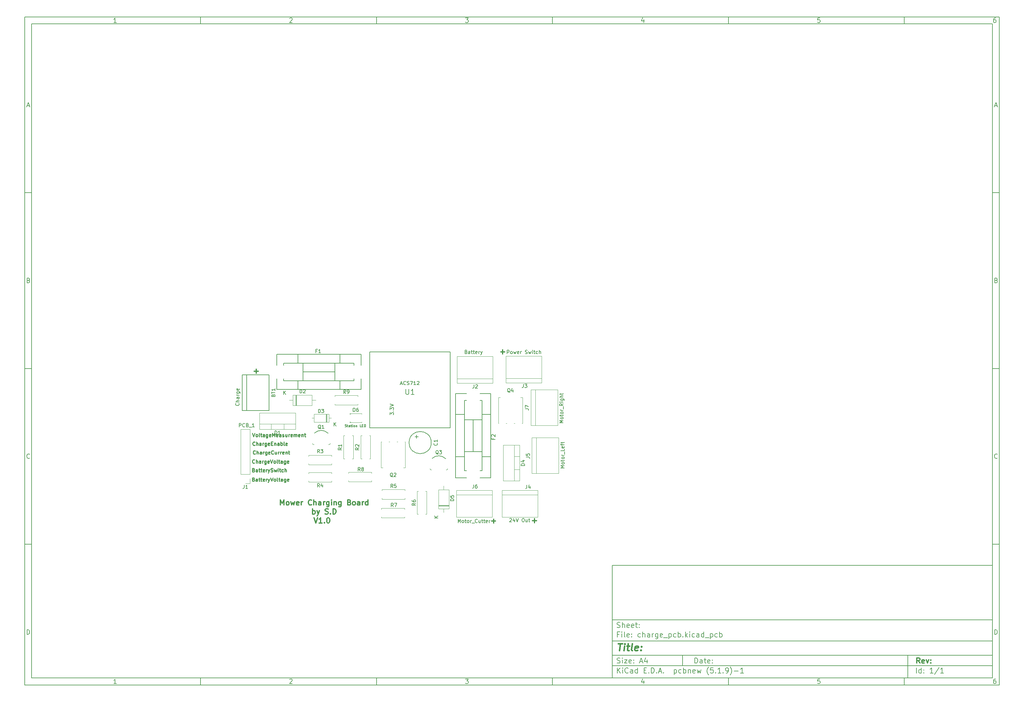
<source format=gbr>
%TF.GenerationSoftware,KiCad,Pcbnew,(5.1.9)-1*%
%TF.CreationDate,2021-04-13T21:26:07+02:00*%
%TF.ProjectId,charge_pcb,63686172-6765-45f7-9063-622e6b696361,rev?*%
%TF.SameCoordinates,Original*%
%TF.FileFunction,Legend,Top*%
%TF.FilePolarity,Positive*%
%FSLAX46Y46*%
G04 Gerber Fmt 4.6, Leading zero omitted, Abs format (unit mm)*
G04 Created by KiCad (PCBNEW (5.1.9)-1) date 2021-04-13 21:26:07*
%MOMM*%
%LPD*%
G01*
G04 APERTURE LIST*
%ADD10C,0.100000*%
%ADD11C,0.150000*%
%ADD12C,0.300000*%
%ADD13C,0.400000*%
%ADD14C,0.200000*%
%ADD15C,0.250000*%
%ADD16C,0.120000*%
G04 APERTURE END LIST*
D10*
D11*
X177002200Y-166007200D02*
X177002200Y-198007200D01*
X285002200Y-198007200D01*
X285002200Y-166007200D01*
X177002200Y-166007200D01*
D10*
D11*
X10000000Y-10000000D02*
X10000000Y-200007200D01*
X287002200Y-200007200D01*
X287002200Y-10000000D01*
X10000000Y-10000000D01*
D10*
D11*
X12000000Y-12000000D02*
X12000000Y-198007200D01*
X285002200Y-198007200D01*
X285002200Y-12000000D01*
X12000000Y-12000000D01*
D10*
D11*
X60000000Y-12000000D02*
X60000000Y-10000000D01*
D10*
D11*
X110000000Y-12000000D02*
X110000000Y-10000000D01*
D10*
D11*
X160000000Y-12000000D02*
X160000000Y-10000000D01*
D10*
D11*
X210000000Y-12000000D02*
X210000000Y-10000000D01*
D10*
D11*
X260000000Y-12000000D02*
X260000000Y-10000000D01*
D10*
D11*
X36065476Y-11588095D02*
X35322619Y-11588095D01*
X35694047Y-11588095D02*
X35694047Y-10288095D01*
X35570238Y-10473809D01*
X35446428Y-10597619D01*
X35322619Y-10659523D01*
D10*
D11*
X85322619Y-10411904D02*
X85384523Y-10350000D01*
X85508333Y-10288095D01*
X85817857Y-10288095D01*
X85941666Y-10350000D01*
X86003571Y-10411904D01*
X86065476Y-10535714D01*
X86065476Y-10659523D01*
X86003571Y-10845238D01*
X85260714Y-11588095D01*
X86065476Y-11588095D01*
D10*
D11*
X135260714Y-10288095D02*
X136065476Y-10288095D01*
X135632142Y-10783333D01*
X135817857Y-10783333D01*
X135941666Y-10845238D01*
X136003571Y-10907142D01*
X136065476Y-11030952D01*
X136065476Y-11340476D01*
X136003571Y-11464285D01*
X135941666Y-11526190D01*
X135817857Y-11588095D01*
X135446428Y-11588095D01*
X135322619Y-11526190D01*
X135260714Y-11464285D01*
D10*
D11*
X185941666Y-10721428D02*
X185941666Y-11588095D01*
X185632142Y-10226190D02*
X185322619Y-11154761D01*
X186127380Y-11154761D01*
D10*
D11*
X236003571Y-10288095D02*
X235384523Y-10288095D01*
X235322619Y-10907142D01*
X235384523Y-10845238D01*
X235508333Y-10783333D01*
X235817857Y-10783333D01*
X235941666Y-10845238D01*
X236003571Y-10907142D01*
X236065476Y-11030952D01*
X236065476Y-11340476D01*
X236003571Y-11464285D01*
X235941666Y-11526190D01*
X235817857Y-11588095D01*
X235508333Y-11588095D01*
X235384523Y-11526190D01*
X235322619Y-11464285D01*
D10*
D11*
X285941666Y-10288095D02*
X285694047Y-10288095D01*
X285570238Y-10350000D01*
X285508333Y-10411904D01*
X285384523Y-10597619D01*
X285322619Y-10845238D01*
X285322619Y-11340476D01*
X285384523Y-11464285D01*
X285446428Y-11526190D01*
X285570238Y-11588095D01*
X285817857Y-11588095D01*
X285941666Y-11526190D01*
X286003571Y-11464285D01*
X286065476Y-11340476D01*
X286065476Y-11030952D01*
X286003571Y-10907142D01*
X285941666Y-10845238D01*
X285817857Y-10783333D01*
X285570238Y-10783333D01*
X285446428Y-10845238D01*
X285384523Y-10907142D01*
X285322619Y-11030952D01*
D10*
D11*
X60000000Y-198007200D02*
X60000000Y-200007200D01*
D10*
D11*
X110000000Y-198007200D02*
X110000000Y-200007200D01*
D10*
D11*
X160000000Y-198007200D02*
X160000000Y-200007200D01*
D10*
D11*
X210000000Y-198007200D02*
X210000000Y-200007200D01*
D10*
D11*
X260000000Y-198007200D02*
X260000000Y-200007200D01*
D10*
D11*
X36065476Y-199595295D02*
X35322619Y-199595295D01*
X35694047Y-199595295D02*
X35694047Y-198295295D01*
X35570238Y-198481009D01*
X35446428Y-198604819D01*
X35322619Y-198666723D01*
D10*
D11*
X85322619Y-198419104D02*
X85384523Y-198357200D01*
X85508333Y-198295295D01*
X85817857Y-198295295D01*
X85941666Y-198357200D01*
X86003571Y-198419104D01*
X86065476Y-198542914D01*
X86065476Y-198666723D01*
X86003571Y-198852438D01*
X85260714Y-199595295D01*
X86065476Y-199595295D01*
D10*
D11*
X135260714Y-198295295D02*
X136065476Y-198295295D01*
X135632142Y-198790533D01*
X135817857Y-198790533D01*
X135941666Y-198852438D01*
X136003571Y-198914342D01*
X136065476Y-199038152D01*
X136065476Y-199347676D01*
X136003571Y-199471485D01*
X135941666Y-199533390D01*
X135817857Y-199595295D01*
X135446428Y-199595295D01*
X135322619Y-199533390D01*
X135260714Y-199471485D01*
D10*
D11*
X185941666Y-198728628D02*
X185941666Y-199595295D01*
X185632142Y-198233390D02*
X185322619Y-199161961D01*
X186127380Y-199161961D01*
D10*
D11*
X236003571Y-198295295D02*
X235384523Y-198295295D01*
X235322619Y-198914342D01*
X235384523Y-198852438D01*
X235508333Y-198790533D01*
X235817857Y-198790533D01*
X235941666Y-198852438D01*
X236003571Y-198914342D01*
X236065476Y-199038152D01*
X236065476Y-199347676D01*
X236003571Y-199471485D01*
X235941666Y-199533390D01*
X235817857Y-199595295D01*
X235508333Y-199595295D01*
X235384523Y-199533390D01*
X235322619Y-199471485D01*
D10*
D11*
X285941666Y-198295295D02*
X285694047Y-198295295D01*
X285570238Y-198357200D01*
X285508333Y-198419104D01*
X285384523Y-198604819D01*
X285322619Y-198852438D01*
X285322619Y-199347676D01*
X285384523Y-199471485D01*
X285446428Y-199533390D01*
X285570238Y-199595295D01*
X285817857Y-199595295D01*
X285941666Y-199533390D01*
X286003571Y-199471485D01*
X286065476Y-199347676D01*
X286065476Y-199038152D01*
X286003571Y-198914342D01*
X285941666Y-198852438D01*
X285817857Y-198790533D01*
X285570238Y-198790533D01*
X285446428Y-198852438D01*
X285384523Y-198914342D01*
X285322619Y-199038152D01*
D10*
D11*
X10000000Y-60000000D02*
X12000000Y-60000000D01*
D10*
D11*
X10000000Y-110000000D02*
X12000000Y-110000000D01*
D10*
D11*
X10000000Y-160000000D02*
X12000000Y-160000000D01*
D10*
D11*
X10690476Y-35216666D02*
X11309523Y-35216666D01*
X10566666Y-35588095D02*
X11000000Y-34288095D01*
X11433333Y-35588095D01*
D10*
D11*
X11092857Y-84907142D02*
X11278571Y-84969047D01*
X11340476Y-85030952D01*
X11402380Y-85154761D01*
X11402380Y-85340476D01*
X11340476Y-85464285D01*
X11278571Y-85526190D01*
X11154761Y-85588095D01*
X10659523Y-85588095D01*
X10659523Y-84288095D01*
X11092857Y-84288095D01*
X11216666Y-84350000D01*
X11278571Y-84411904D01*
X11340476Y-84535714D01*
X11340476Y-84659523D01*
X11278571Y-84783333D01*
X11216666Y-84845238D01*
X11092857Y-84907142D01*
X10659523Y-84907142D01*
D10*
D11*
X11402380Y-135464285D02*
X11340476Y-135526190D01*
X11154761Y-135588095D01*
X11030952Y-135588095D01*
X10845238Y-135526190D01*
X10721428Y-135402380D01*
X10659523Y-135278571D01*
X10597619Y-135030952D01*
X10597619Y-134845238D01*
X10659523Y-134597619D01*
X10721428Y-134473809D01*
X10845238Y-134350000D01*
X11030952Y-134288095D01*
X11154761Y-134288095D01*
X11340476Y-134350000D01*
X11402380Y-134411904D01*
D10*
D11*
X10659523Y-185588095D02*
X10659523Y-184288095D01*
X10969047Y-184288095D01*
X11154761Y-184350000D01*
X11278571Y-184473809D01*
X11340476Y-184597619D01*
X11402380Y-184845238D01*
X11402380Y-185030952D01*
X11340476Y-185278571D01*
X11278571Y-185402380D01*
X11154761Y-185526190D01*
X10969047Y-185588095D01*
X10659523Y-185588095D01*
D10*
D11*
X287002200Y-60000000D02*
X285002200Y-60000000D01*
D10*
D11*
X287002200Y-110000000D02*
X285002200Y-110000000D01*
D10*
D11*
X287002200Y-160000000D02*
X285002200Y-160000000D01*
D10*
D11*
X285692676Y-35216666D02*
X286311723Y-35216666D01*
X285568866Y-35588095D02*
X286002200Y-34288095D01*
X286435533Y-35588095D01*
D10*
D11*
X286095057Y-84907142D02*
X286280771Y-84969047D01*
X286342676Y-85030952D01*
X286404580Y-85154761D01*
X286404580Y-85340476D01*
X286342676Y-85464285D01*
X286280771Y-85526190D01*
X286156961Y-85588095D01*
X285661723Y-85588095D01*
X285661723Y-84288095D01*
X286095057Y-84288095D01*
X286218866Y-84350000D01*
X286280771Y-84411904D01*
X286342676Y-84535714D01*
X286342676Y-84659523D01*
X286280771Y-84783333D01*
X286218866Y-84845238D01*
X286095057Y-84907142D01*
X285661723Y-84907142D01*
D10*
D11*
X286404580Y-135464285D02*
X286342676Y-135526190D01*
X286156961Y-135588095D01*
X286033152Y-135588095D01*
X285847438Y-135526190D01*
X285723628Y-135402380D01*
X285661723Y-135278571D01*
X285599819Y-135030952D01*
X285599819Y-134845238D01*
X285661723Y-134597619D01*
X285723628Y-134473809D01*
X285847438Y-134350000D01*
X286033152Y-134288095D01*
X286156961Y-134288095D01*
X286342676Y-134350000D01*
X286404580Y-134411904D01*
D10*
D11*
X285661723Y-185588095D02*
X285661723Y-184288095D01*
X285971247Y-184288095D01*
X286156961Y-184350000D01*
X286280771Y-184473809D01*
X286342676Y-184597619D01*
X286404580Y-184845238D01*
X286404580Y-185030952D01*
X286342676Y-185278571D01*
X286280771Y-185402380D01*
X286156961Y-185526190D01*
X285971247Y-185588095D01*
X285661723Y-185588095D01*
D10*
D11*
X200434342Y-193785771D02*
X200434342Y-192285771D01*
X200791485Y-192285771D01*
X201005771Y-192357200D01*
X201148628Y-192500057D01*
X201220057Y-192642914D01*
X201291485Y-192928628D01*
X201291485Y-193142914D01*
X201220057Y-193428628D01*
X201148628Y-193571485D01*
X201005771Y-193714342D01*
X200791485Y-193785771D01*
X200434342Y-193785771D01*
X202577200Y-193785771D02*
X202577200Y-193000057D01*
X202505771Y-192857200D01*
X202362914Y-192785771D01*
X202077200Y-192785771D01*
X201934342Y-192857200D01*
X202577200Y-193714342D02*
X202434342Y-193785771D01*
X202077200Y-193785771D01*
X201934342Y-193714342D01*
X201862914Y-193571485D01*
X201862914Y-193428628D01*
X201934342Y-193285771D01*
X202077200Y-193214342D01*
X202434342Y-193214342D01*
X202577200Y-193142914D01*
X203077200Y-192785771D02*
X203648628Y-192785771D01*
X203291485Y-192285771D02*
X203291485Y-193571485D01*
X203362914Y-193714342D01*
X203505771Y-193785771D01*
X203648628Y-193785771D01*
X204720057Y-193714342D02*
X204577200Y-193785771D01*
X204291485Y-193785771D01*
X204148628Y-193714342D01*
X204077200Y-193571485D01*
X204077200Y-193000057D01*
X204148628Y-192857200D01*
X204291485Y-192785771D01*
X204577200Y-192785771D01*
X204720057Y-192857200D01*
X204791485Y-193000057D01*
X204791485Y-193142914D01*
X204077200Y-193285771D01*
X205434342Y-193642914D02*
X205505771Y-193714342D01*
X205434342Y-193785771D01*
X205362914Y-193714342D01*
X205434342Y-193642914D01*
X205434342Y-193785771D01*
X205434342Y-192857200D02*
X205505771Y-192928628D01*
X205434342Y-193000057D01*
X205362914Y-192928628D01*
X205434342Y-192857200D01*
X205434342Y-193000057D01*
D10*
D11*
X177002200Y-194507200D02*
X285002200Y-194507200D01*
D10*
D11*
X178434342Y-196585771D02*
X178434342Y-195085771D01*
X179291485Y-196585771D02*
X178648628Y-195728628D01*
X179291485Y-195085771D02*
X178434342Y-195942914D01*
X179934342Y-196585771D02*
X179934342Y-195585771D01*
X179934342Y-195085771D02*
X179862914Y-195157200D01*
X179934342Y-195228628D01*
X180005771Y-195157200D01*
X179934342Y-195085771D01*
X179934342Y-195228628D01*
X181505771Y-196442914D02*
X181434342Y-196514342D01*
X181220057Y-196585771D01*
X181077200Y-196585771D01*
X180862914Y-196514342D01*
X180720057Y-196371485D01*
X180648628Y-196228628D01*
X180577200Y-195942914D01*
X180577200Y-195728628D01*
X180648628Y-195442914D01*
X180720057Y-195300057D01*
X180862914Y-195157200D01*
X181077200Y-195085771D01*
X181220057Y-195085771D01*
X181434342Y-195157200D01*
X181505771Y-195228628D01*
X182791485Y-196585771D02*
X182791485Y-195800057D01*
X182720057Y-195657200D01*
X182577200Y-195585771D01*
X182291485Y-195585771D01*
X182148628Y-195657200D01*
X182791485Y-196514342D02*
X182648628Y-196585771D01*
X182291485Y-196585771D01*
X182148628Y-196514342D01*
X182077200Y-196371485D01*
X182077200Y-196228628D01*
X182148628Y-196085771D01*
X182291485Y-196014342D01*
X182648628Y-196014342D01*
X182791485Y-195942914D01*
X184148628Y-196585771D02*
X184148628Y-195085771D01*
X184148628Y-196514342D02*
X184005771Y-196585771D01*
X183720057Y-196585771D01*
X183577200Y-196514342D01*
X183505771Y-196442914D01*
X183434342Y-196300057D01*
X183434342Y-195871485D01*
X183505771Y-195728628D01*
X183577200Y-195657200D01*
X183720057Y-195585771D01*
X184005771Y-195585771D01*
X184148628Y-195657200D01*
X186005771Y-195800057D02*
X186505771Y-195800057D01*
X186720057Y-196585771D02*
X186005771Y-196585771D01*
X186005771Y-195085771D01*
X186720057Y-195085771D01*
X187362914Y-196442914D02*
X187434342Y-196514342D01*
X187362914Y-196585771D01*
X187291485Y-196514342D01*
X187362914Y-196442914D01*
X187362914Y-196585771D01*
X188077200Y-196585771D02*
X188077200Y-195085771D01*
X188434342Y-195085771D01*
X188648628Y-195157200D01*
X188791485Y-195300057D01*
X188862914Y-195442914D01*
X188934342Y-195728628D01*
X188934342Y-195942914D01*
X188862914Y-196228628D01*
X188791485Y-196371485D01*
X188648628Y-196514342D01*
X188434342Y-196585771D01*
X188077200Y-196585771D01*
X189577200Y-196442914D02*
X189648628Y-196514342D01*
X189577200Y-196585771D01*
X189505771Y-196514342D01*
X189577200Y-196442914D01*
X189577200Y-196585771D01*
X190220057Y-196157200D02*
X190934342Y-196157200D01*
X190077200Y-196585771D02*
X190577200Y-195085771D01*
X191077200Y-196585771D01*
X191577200Y-196442914D02*
X191648628Y-196514342D01*
X191577200Y-196585771D01*
X191505771Y-196514342D01*
X191577200Y-196442914D01*
X191577200Y-196585771D01*
X194577200Y-195585771D02*
X194577200Y-197085771D01*
X194577200Y-195657200D02*
X194720057Y-195585771D01*
X195005771Y-195585771D01*
X195148628Y-195657200D01*
X195220057Y-195728628D01*
X195291485Y-195871485D01*
X195291485Y-196300057D01*
X195220057Y-196442914D01*
X195148628Y-196514342D01*
X195005771Y-196585771D01*
X194720057Y-196585771D01*
X194577200Y-196514342D01*
X196577200Y-196514342D02*
X196434342Y-196585771D01*
X196148628Y-196585771D01*
X196005771Y-196514342D01*
X195934342Y-196442914D01*
X195862914Y-196300057D01*
X195862914Y-195871485D01*
X195934342Y-195728628D01*
X196005771Y-195657200D01*
X196148628Y-195585771D01*
X196434342Y-195585771D01*
X196577200Y-195657200D01*
X197220057Y-196585771D02*
X197220057Y-195085771D01*
X197220057Y-195657200D02*
X197362914Y-195585771D01*
X197648628Y-195585771D01*
X197791485Y-195657200D01*
X197862914Y-195728628D01*
X197934342Y-195871485D01*
X197934342Y-196300057D01*
X197862914Y-196442914D01*
X197791485Y-196514342D01*
X197648628Y-196585771D01*
X197362914Y-196585771D01*
X197220057Y-196514342D01*
X198577200Y-195585771D02*
X198577200Y-196585771D01*
X198577200Y-195728628D02*
X198648628Y-195657200D01*
X198791485Y-195585771D01*
X199005771Y-195585771D01*
X199148628Y-195657200D01*
X199220057Y-195800057D01*
X199220057Y-196585771D01*
X200505771Y-196514342D02*
X200362914Y-196585771D01*
X200077200Y-196585771D01*
X199934342Y-196514342D01*
X199862914Y-196371485D01*
X199862914Y-195800057D01*
X199934342Y-195657200D01*
X200077200Y-195585771D01*
X200362914Y-195585771D01*
X200505771Y-195657200D01*
X200577200Y-195800057D01*
X200577200Y-195942914D01*
X199862914Y-196085771D01*
X201077200Y-195585771D02*
X201362914Y-196585771D01*
X201648628Y-195871485D01*
X201934342Y-196585771D01*
X202220057Y-195585771D01*
X204362914Y-197157200D02*
X204291485Y-197085771D01*
X204148628Y-196871485D01*
X204077200Y-196728628D01*
X204005771Y-196514342D01*
X203934342Y-196157200D01*
X203934342Y-195871485D01*
X204005771Y-195514342D01*
X204077200Y-195300057D01*
X204148628Y-195157200D01*
X204291485Y-194942914D01*
X204362914Y-194871485D01*
X205648628Y-195085771D02*
X204934342Y-195085771D01*
X204862914Y-195800057D01*
X204934342Y-195728628D01*
X205077200Y-195657200D01*
X205434342Y-195657200D01*
X205577200Y-195728628D01*
X205648628Y-195800057D01*
X205720057Y-195942914D01*
X205720057Y-196300057D01*
X205648628Y-196442914D01*
X205577200Y-196514342D01*
X205434342Y-196585771D01*
X205077200Y-196585771D01*
X204934342Y-196514342D01*
X204862914Y-196442914D01*
X206362914Y-196442914D02*
X206434342Y-196514342D01*
X206362914Y-196585771D01*
X206291485Y-196514342D01*
X206362914Y-196442914D01*
X206362914Y-196585771D01*
X207862914Y-196585771D02*
X207005771Y-196585771D01*
X207434342Y-196585771D02*
X207434342Y-195085771D01*
X207291485Y-195300057D01*
X207148628Y-195442914D01*
X207005771Y-195514342D01*
X208505771Y-196442914D02*
X208577200Y-196514342D01*
X208505771Y-196585771D01*
X208434342Y-196514342D01*
X208505771Y-196442914D01*
X208505771Y-196585771D01*
X209291485Y-196585771D02*
X209577200Y-196585771D01*
X209720057Y-196514342D01*
X209791485Y-196442914D01*
X209934342Y-196228628D01*
X210005771Y-195942914D01*
X210005771Y-195371485D01*
X209934342Y-195228628D01*
X209862914Y-195157200D01*
X209720057Y-195085771D01*
X209434342Y-195085771D01*
X209291485Y-195157200D01*
X209220057Y-195228628D01*
X209148628Y-195371485D01*
X209148628Y-195728628D01*
X209220057Y-195871485D01*
X209291485Y-195942914D01*
X209434342Y-196014342D01*
X209720057Y-196014342D01*
X209862914Y-195942914D01*
X209934342Y-195871485D01*
X210005771Y-195728628D01*
X210505771Y-197157200D02*
X210577200Y-197085771D01*
X210720057Y-196871485D01*
X210791485Y-196728628D01*
X210862914Y-196514342D01*
X210934342Y-196157200D01*
X210934342Y-195871485D01*
X210862914Y-195514342D01*
X210791485Y-195300057D01*
X210720057Y-195157200D01*
X210577200Y-194942914D01*
X210505771Y-194871485D01*
X211648628Y-196014342D02*
X212791485Y-196014342D01*
X214291485Y-196585771D02*
X213434342Y-196585771D01*
X213862914Y-196585771D02*
X213862914Y-195085771D01*
X213720057Y-195300057D01*
X213577200Y-195442914D01*
X213434342Y-195514342D01*
D10*
D11*
X177002200Y-191507200D02*
X285002200Y-191507200D01*
D10*
D12*
X264411485Y-193785771D02*
X263911485Y-193071485D01*
X263554342Y-193785771D02*
X263554342Y-192285771D01*
X264125771Y-192285771D01*
X264268628Y-192357200D01*
X264340057Y-192428628D01*
X264411485Y-192571485D01*
X264411485Y-192785771D01*
X264340057Y-192928628D01*
X264268628Y-193000057D01*
X264125771Y-193071485D01*
X263554342Y-193071485D01*
X265625771Y-193714342D02*
X265482914Y-193785771D01*
X265197200Y-193785771D01*
X265054342Y-193714342D01*
X264982914Y-193571485D01*
X264982914Y-193000057D01*
X265054342Y-192857200D01*
X265197200Y-192785771D01*
X265482914Y-192785771D01*
X265625771Y-192857200D01*
X265697200Y-193000057D01*
X265697200Y-193142914D01*
X264982914Y-193285771D01*
X266197200Y-192785771D02*
X266554342Y-193785771D01*
X266911485Y-192785771D01*
X267482914Y-193642914D02*
X267554342Y-193714342D01*
X267482914Y-193785771D01*
X267411485Y-193714342D01*
X267482914Y-193642914D01*
X267482914Y-193785771D01*
X267482914Y-192857200D02*
X267554342Y-192928628D01*
X267482914Y-193000057D01*
X267411485Y-192928628D01*
X267482914Y-192857200D01*
X267482914Y-193000057D01*
D10*
D11*
X178362914Y-193714342D02*
X178577200Y-193785771D01*
X178934342Y-193785771D01*
X179077200Y-193714342D01*
X179148628Y-193642914D01*
X179220057Y-193500057D01*
X179220057Y-193357200D01*
X179148628Y-193214342D01*
X179077200Y-193142914D01*
X178934342Y-193071485D01*
X178648628Y-193000057D01*
X178505771Y-192928628D01*
X178434342Y-192857200D01*
X178362914Y-192714342D01*
X178362914Y-192571485D01*
X178434342Y-192428628D01*
X178505771Y-192357200D01*
X178648628Y-192285771D01*
X179005771Y-192285771D01*
X179220057Y-192357200D01*
X179862914Y-193785771D02*
X179862914Y-192785771D01*
X179862914Y-192285771D02*
X179791485Y-192357200D01*
X179862914Y-192428628D01*
X179934342Y-192357200D01*
X179862914Y-192285771D01*
X179862914Y-192428628D01*
X180434342Y-192785771D02*
X181220057Y-192785771D01*
X180434342Y-193785771D01*
X181220057Y-193785771D01*
X182362914Y-193714342D02*
X182220057Y-193785771D01*
X181934342Y-193785771D01*
X181791485Y-193714342D01*
X181720057Y-193571485D01*
X181720057Y-193000057D01*
X181791485Y-192857200D01*
X181934342Y-192785771D01*
X182220057Y-192785771D01*
X182362914Y-192857200D01*
X182434342Y-193000057D01*
X182434342Y-193142914D01*
X181720057Y-193285771D01*
X183077200Y-193642914D02*
X183148628Y-193714342D01*
X183077200Y-193785771D01*
X183005771Y-193714342D01*
X183077200Y-193642914D01*
X183077200Y-193785771D01*
X183077200Y-192857200D02*
X183148628Y-192928628D01*
X183077200Y-193000057D01*
X183005771Y-192928628D01*
X183077200Y-192857200D01*
X183077200Y-193000057D01*
X184862914Y-193357200D02*
X185577200Y-193357200D01*
X184720057Y-193785771D02*
X185220057Y-192285771D01*
X185720057Y-193785771D01*
X186862914Y-192785771D02*
X186862914Y-193785771D01*
X186505771Y-192214342D02*
X186148628Y-193285771D01*
X187077200Y-193285771D01*
D10*
D11*
X263434342Y-196585771D02*
X263434342Y-195085771D01*
X264791485Y-196585771D02*
X264791485Y-195085771D01*
X264791485Y-196514342D02*
X264648628Y-196585771D01*
X264362914Y-196585771D01*
X264220057Y-196514342D01*
X264148628Y-196442914D01*
X264077200Y-196300057D01*
X264077200Y-195871485D01*
X264148628Y-195728628D01*
X264220057Y-195657200D01*
X264362914Y-195585771D01*
X264648628Y-195585771D01*
X264791485Y-195657200D01*
X265505771Y-196442914D02*
X265577200Y-196514342D01*
X265505771Y-196585771D01*
X265434342Y-196514342D01*
X265505771Y-196442914D01*
X265505771Y-196585771D01*
X265505771Y-195657200D02*
X265577200Y-195728628D01*
X265505771Y-195800057D01*
X265434342Y-195728628D01*
X265505771Y-195657200D01*
X265505771Y-195800057D01*
X268148628Y-196585771D02*
X267291485Y-196585771D01*
X267720057Y-196585771D02*
X267720057Y-195085771D01*
X267577200Y-195300057D01*
X267434342Y-195442914D01*
X267291485Y-195514342D01*
X269862914Y-195014342D02*
X268577200Y-196942914D01*
X271148628Y-196585771D02*
X270291485Y-196585771D01*
X270720057Y-196585771D02*
X270720057Y-195085771D01*
X270577200Y-195300057D01*
X270434342Y-195442914D01*
X270291485Y-195514342D01*
D10*
D11*
X177002200Y-187507200D02*
X285002200Y-187507200D01*
D10*
D13*
X178714580Y-188211961D02*
X179857438Y-188211961D01*
X179036009Y-190211961D02*
X179286009Y-188211961D01*
X180274104Y-190211961D02*
X180440771Y-188878628D01*
X180524104Y-188211961D02*
X180416961Y-188307200D01*
X180500295Y-188402438D01*
X180607438Y-188307200D01*
X180524104Y-188211961D01*
X180500295Y-188402438D01*
X181107438Y-188878628D02*
X181869342Y-188878628D01*
X181476485Y-188211961D02*
X181262200Y-189926247D01*
X181333628Y-190116723D01*
X181512200Y-190211961D01*
X181702676Y-190211961D01*
X182655057Y-190211961D02*
X182476485Y-190116723D01*
X182405057Y-189926247D01*
X182619342Y-188211961D01*
X184190771Y-190116723D02*
X183988390Y-190211961D01*
X183607438Y-190211961D01*
X183428866Y-190116723D01*
X183357438Y-189926247D01*
X183452676Y-189164342D01*
X183571723Y-188973866D01*
X183774104Y-188878628D01*
X184155057Y-188878628D01*
X184333628Y-188973866D01*
X184405057Y-189164342D01*
X184381247Y-189354819D01*
X183405057Y-189545295D01*
X185155057Y-190021485D02*
X185238390Y-190116723D01*
X185131247Y-190211961D01*
X185047914Y-190116723D01*
X185155057Y-190021485D01*
X185131247Y-190211961D01*
X185286009Y-188973866D02*
X185369342Y-189069104D01*
X185262200Y-189164342D01*
X185178866Y-189069104D01*
X185286009Y-188973866D01*
X185262200Y-189164342D01*
D10*
D11*
X178934342Y-185600057D02*
X178434342Y-185600057D01*
X178434342Y-186385771D02*
X178434342Y-184885771D01*
X179148628Y-184885771D01*
X179720057Y-186385771D02*
X179720057Y-185385771D01*
X179720057Y-184885771D02*
X179648628Y-184957200D01*
X179720057Y-185028628D01*
X179791485Y-184957200D01*
X179720057Y-184885771D01*
X179720057Y-185028628D01*
X180648628Y-186385771D02*
X180505771Y-186314342D01*
X180434342Y-186171485D01*
X180434342Y-184885771D01*
X181791485Y-186314342D02*
X181648628Y-186385771D01*
X181362914Y-186385771D01*
X181220057Y-186314342D01*
X181148628Y-186171485D01*
X181148628Y-185600057D01*
X181220057Y-185457200D01*
X181362914Y-185385771D01*
X181648628Y-185385771D01*
X181791485Y-185457200D01*
X181862914Y-185600057D01*
X181862914Y-185742914D01*
X181148628Y-185885771D01*
X182505771Y-186242914D02*
X182577200Y-186314342D01*
X182505771Y-186385771D01*
X182434342Y-186314342D01*
X182505771Y-186242914D01*
X182505771Y-186385771D01*
X182505771Y-185457200D02*
X182577200Y-185528628D01*
X182505771Y-185600057D01*
X182434342Y-185528628D01*
X182505771Y-185457200D01*
X182505771Y-185600057D01*
X185005771Y-186314342D02*
X184862914Y-186385771D01*
X184577200Y-186385771D01*
X184434342Y-186314342D01*
X184362914Y-186242914D01*
X184291485Y-186100057D01*
X184291485Y-185671485D01*
X184362914Y-185528628D01*
X184434342Y-185457200D01*
X184577200Y-185385771D01*
X184862914Y-185385771D01*
X185005771Y-185457200D01*
X185648628Y-186385771D02*
X185648628Y-184885771D01*
X186291485Y-186385771D02*
X186291485Y-185600057D01*
X186220057Y-185457200D01*
X186077200Y-185385771D01*
X185862914Y-185385771D01*
X185720057Y-185457200D01*
X185648628Y-185528628D01*
X187648628Y-186385771D02*
X187648628Y-185600057D01*
X187577200Y-185457200D01*
X187434342Y-185385771D01*
X187148628Y-185385771D01*
X187005771Y-185457200D01*
X187648628Y-186314342D02*
X187505771Y-186385771D01*
X187148628Y-186385771D01*
X187005771Y-186314342D01*
X186934342Y-186171485D01*
X186934342Y-186028628D01*
X187005771Y-185885771D01*
X187148628Y-185814342D01*
X187505771Y-185814342D01*
X187648628Y-185742914D01*
X188362914Y-186385771D02*
X188362914Y-185385771D01*
X188362914Y-185671485D02*
X188434342Y-185528628D01*
X188505771Y-185457200D01*
X188648628Y-185385771D01*
X188791485Y-185385771D01*
X189934342Y-185385771D02*
X189934342Y-186600057D01*
X189862914Y-186742914D01*
X189791485Y-186814342D01*
X189648628Y-186885771D01*
X189434342Y-186885771D01*
X189291485Y-186814342D01*
X189934342Y-186314342D02*
X189791485Y-186385771D01*
X189505771Y-186385771D01*
X189362914Y-186314342D01*
X189291485Y-186242914D01*
X189220057Y-186100057D01*
X189220057Y-185671485D01*
X189291485Y-185528628D01*
X189362914Y-185457200D01*
X189505771Y-185385771D01*
X189791485Y-185385771D01*
X189934342Y-185457200D01*
X191220057Y-186314342D02*
X191077200Y-186385771D01*
X190791485Y-186385771D01*
X190648628Y-186314342D01*
X190577200Y-186171485D01*
X190577200Y-185600057D01*
X190648628Y-185457200D01*
X190791485Y-185385771D01*
X191077200Y-185385771D01*
X191220057Y-185457200D01*
X191291485Y-185600057D01*
X191291485Y-185742914D01*
X190577200Y-185885771D01*
X191577200Y-186528628D02*
X192720057Y-186528628D01*
X193077200Y-185385771D02*
X193077200Y-186885771D01*
X193077200Y-185457200D02*
X193220057Y-185385771D01*
X193505771Y-185385771D01*
X193648628Y-185457200D01*
X193720057Y-185528628D01*
X193791485Y-185671485D01*
X193791485Y-186100057D01*
X193720057Y-186242914D01*
X193648628Y-186314342D01*
X193505771Y-186385771D01*
X193220057Y-186385771D01*
X193077200Y-186314342D01*
X195077200Y-186314342D02*
X194934342Y-186385771D01*
X194648628Y-186385771D01*
X194505771Y-186314342D01*
X194434342Y-186242914D01*
X194362914Y-186100057D01*
X194362914Y-185671485D01*
X194434342Y-185528628D01*
X194505771Y-185457200D01*
X194648628Y-185385771D01*
X194934342Y-185385771D01*
X195077200Y-185457200D01*
X195720057Y-186385771D02*
X195720057Y-184885771D01*
X195720057Y-185457200D02*
X195862914Y-185385771D01*
X196148628Y-185385771D01*
X196291485Y-185457200D01*
X196362914Y-185528628D01*
X196434342Y-185671485D01*
X196434342Y-186100057D01*
X196362914Y-186242914D01*
X196291485Y-186314342D01*
X196148628Y-186385771D01*
X195862914Y-186385771D01*
X195720057Y-186314342D01*
X197077200Y-186242914D02*
X197148628Y-186314342D01*
X197077200Y-186385771D01*
X197005771Y-186314342D01*
X197077200Y-186242914D01*
X197077200Y-186385771D01*
X197791485Y-186385771D02*
X197791485Y-184885771D01*
X197934342Y-185814342D02*
X198362914Y-186385771D01*
X198362914Y-185385771D02*
X197791485Y-185957200D01*
X199005771Y-186385771D02*
X199005771Y-185385771D01*
X199005771Y-184885771D02*
X198934342Y-184957200D01*
X199005771Y-185028628D01*
X199077200Y-184957200D01*
X199005771Y-184885771D01*
X199005771Y-185028628D01*
X200362914Y-186314342D02*
X200220057Y-186385771D01*
X199934342Y-186385771D01*
X199791485Y-186314342D01*
X199720057Y-186242914D01*
X199648628Y-186100057D01*
X199648628Y-185671485D01*
X199720057Y-185528628D01*
X199791485Y-185457200D01*
X199934342Y-185385771D01*
X200220057Y-185385771D01*
X200362914Y-185457200D01*
X201648628Y-186385771D02*
X201648628Y-185600057D01*
X201577200Y-185457200D01*
X201434342Y-185385771D01*
X201148628Y-185385771D01*
X201005771Y-185457200D01*
X201648628Y-186314342D02*
X201505771Y-186385771D01*
X201148628Y-186385771D01*
X201005771Y-186314342D01*
X200934342Y-186171485D01*
X200934342Y-186028628D01*
X201005771Y-185885771D01*
X201148628Y-185814342D01*
X201505771Y-185814342D01*
X201648628Y-185742914D01*
X203005771Y-186385771D02*
X203005771Y-184885771D01*
X203005771Y-186314342D02*
X202862914Y-186385771D01*
X202577200Y-186385771D01*
X202434342Y-186314342D01*
X202362914Y-186242914D01*
X202291485Y-186100057D01*
X202291485Y-185671485D01*
X202362914Y-185528628D01*
X202434342Y-185457200D01*
X202577200Y-185385771D01*
X202862914Y-185385771D01*
X203005771Y-185457200D01*
X203362914Y-186528628D02*
X204505771Y-186528628D01*
X204862914Y-185385771D02*
X204862914Y-186885771D01*
X204862914Y-185457200D02*
X205005771Y-185385771D01*
X205291485Y-185385771D01*
X205434342Y-185457200D01*
X205505771Y-185528628D01*
X205577200Y-185671485D01*
X205577200Y-186100057D01*
X205505771Y-186242914D01*
X205434342Y-186314342D01*
X205291485Y-186385771D01*
X205005771Y-186385771D01*
X204862914Y-186314342D01*
X206862914Y-186314342D02*
X206720057Y-186385771D01*
X206434342Y-186385771D01*
X206291485Y-186314342D01*
X206220057Y-186242914D01*
X206148628Y-186100057D01*
X206148628Y-185671485D01*
X206220057Y-185528628D01*
X206291485Y-185457200D01*
X206434342Y-185385771D01*
X206720057Y-185385771D01*
X206862914Y-185457200D01*
X207505771Y-186385771D02*
X207505771Y-184885771D01*
X207505771Y-185457200D02*
X207648628Y-185385771D01*
X207934342Y-185385771D01*
X208077200Y-185457200D01*
X208148628Y-185528628D01*
X208220057Y-185671485D01*
X208220057Y-186100057D01*
X208148628Y-186242914D01*
X208077200Y-186314342D01*
X207934342Y-186385771D01*
X207648628Y-186385771D01*
X207505771Y-186314342D01*
D10*
D11*
X177002200Y-181507200D02*
X285002200Y-181507200D01*
D10*
D11*
X178362914Y-183614342D02*
X178577200Y-183685771D01*
X178934342Y-183685771D01*
X179077200Y-183614342D01*
X179148628Y-183542914D01*
X179220057Y-183400057D01*
X179220057Y-183257200D01*
X179148628Y-183114342D01*
X179077200Y-183042914D01*
X178934342Y-182971485D01*
X178648628Y-182900057D01*
X178505771Y-182828628D01*
X178434342Y-182757200D01*
X178362914Y-182614342D01*
X178362914Y-182471485D01*
X178434342Y-182328628D01*
X178505771Y-182257200D01*
X178648628Y-182185771D01*
X179005771Y-182185771D01*
X179220057Y-182257200D01*
X179862914Y-183685771D02*
X179862914Y-182185771D01*
X180505771Y-183685771D02*
X180505771Y-182900057D01*
X180434342Y-182757200D01*
X180291485Y-182685771D01*
X180077200Y-182685771D01*
X179934342Y-182757200D01*
X179862914Y-182828628D01*
X181791485Y-183614342D02*
X181648628Y-183685771D01*
X181362914Y-183685771D01*
X181220057Y-183614342D01*
X181148628Y-183471485D01*
X181148628Y-182900057D01*
X181220057Y-182757200D01*
X181362914Y-182685771D01*
X181648628Y-182685771D01*
X181791485Y-182757200D01*
X181862914Y-182900057D01*
X181862914Y-183042914D01*
X181148628Y-183185771D01*
X183077200Y-183614342D02*
X182934342Y-183685771D01*
X182648628Y-183685771D01*
X182505771Y-183614342D01*
X182434342Y-183471485D01*
X182434342Y-182900057D01*
X182505771Y-182757200D01*
X182648628Y-182685771D01*
X182934342Y-182685771D01*
X183077200Y-182757200D01*
X183148628Y-182900057D01*
X183148628Y-183042914D01*
X182434342Y-183185771D01*
X183577200Y-182685771D02*
X184148628Y-182685771D01*
X183791485Y-182185771D02*
X183791485Y-183471485D01*
X183862914Y-183614342D01*
X184005771Y-183685771D01*
X184148628Y-183685771D01*
X184648628Y-183542914D02*
X184720057Y-183614342D01*
X184648628Y-183685771D01*
X184577200Y-183614342D01*
X184648628Y-183542914D01*
X184648628Y-183685771D01*
X184648628Y-182757200D02*
X184720057Y-182828628D01*
X184648628Y-182900057D01*
X184577200Y-182828628D01*
X184648628Y-182757200D01*
X184648628Y-182900057D01*
D10*
D11*
X197002200Y-191507200D02*
X197002200Y-194507200D01*
D10*
D11*
X261002200Y-191507200D02*
X261002200Y-198007200D01*
D14*
X113852380Y-123126190D02*
X113852380Y-122507142D01*
X114233333Y-122840476D01*
X114233333Y-122697619D01*
X114280952Y-122602380D01*
X114328571Y-122554761D01*
X114423809Y-122507142D01*
X114661904Y-122507142D01*
X114757142Y-122554761D01*
X114804761Y-122602380D01*
X114852380Y-122697619D01*
X114852380Y-122983333D01*
X114804761Y-123078571D01*
X114757142Y-123126190D01*
X114757142Y-122078571D02*
X114804761Y-122030952D01*
X114852380Y-122078571D01*
X114804761Y-122126190D01*
X114757142Y-122078571D01*
X114852380Y-122078571D01*
X113852380Y-121697619D02*
X113852380Y-121078571D01*
X114233333Y-121411904D01*
X114233333Y-121269047D01*
X114280952Y-121173809D01*
X114328571Y-121126190D01*
X114423809Y-121078571D01*
X114661904Y-121078571D01*
X114757142Y-121126190D01*
X114804761Y-121173809D01*
X114852380Y-121269047D01*
X114852380Y-121554761D01*
X114804761Y-121650000D01*
X114757142Y-121697619D01*
X113852380Y-120792857D02*
X114852380Y-120459523D01*
X113852380Y-120126190D01*
D12*
X142688571Y-153397142D02*
X143831428Y-153397142D01*
X143260000Y-153968571D02*
X143260000Y-152825714D01*
X154298571Y-153267142D02*
X155441428Y-153267142D01*
X154870000Y-153838571D02*
X154870000Y-152695714D01*
X145288571Y-105257142D02*
X146431428Y-105257142D01*
X145860000Y-105828571D02*
X145860000Y-104685714D01*
X75248571Y-110787142D02*
X76391428Y-110787142D01*
X75820000Y-111358571D02*
X75820000Y-110215714D01*
X82691428Y-148828571D02*
X82691428Y-147328571D01*
X83191428Y-148400000D01*
X83691428Y-147328571D01*
X83691428Y-148828571D01*
X84620000Y-148828571D02*
X84477142Y-148757142D01*
X84405714Y-148685714D01*
X84334285Y-148542857D01*
X84334285Y-148114285D01*
X84405714Y-147971428D01*
X84477142Y-147900000D01*
X84620000Y-147828571D01*
X84834285Y-147828571D01*
X84977142Y-147900000D01*
X85048571Y-147971428D01*
X85120000Y-148114285D01*
X85120000Y-148542857D01*
X85048571Y-148685714D01*
X84977142Y-148757142D01*
X84834285Y-148828571D01*
X84620000Y-148828571D01*
X85620000Y-147828571D02*
X85905714Y-148828571D01*
X86191428Y-148114285D01*
X86477142Y-148828571D01*
X86762857Y-147828571D01*
X87905714Y-148757142D02*
X87762857Y-148828571D01*
X87477142Y-148828571D01*
X87334285Y-148757142D01*
X87262857Y-148614285D01*
X87262857Y-148042857D01*
X87334285Y-147900000D01*
X87477142Y-147828571D01*
X87762857Y-147828571D01*
X87905714Y-147900000D01*
X87977142Y-148042857D01*
X87977142Y-148185714D01*
X87262857Y-148328571D01*
X88620000Y-148828571D02*
X88620000Y-147828571D01*
X88620000Y-148114285D02*
X88691428Y-147971428D01*
X88762857Y-147900000D01*
X88905714Y-147828571D01*
X89048571Y-147828571D01*
X91548571Y-148685714D02*
X91477142Y-148757142D01*
X91262857Y-148828571D01*
X91120000Y-148828571D01*
X90905714Y-148757142D01*
X90762857Y-148614285D01*
X90691428Y-148471428D01*
X90620000Y-148185714D01*
X90620000Y-147971428D01*
X90691428Y-147685714D01*
X90762857Y-147542857D01*
X90905714Y-147400000D01*
X91120000Y-147328571D01*
X91262857Y-147328571D01*
X91477142Y-147400000D01*
X91548571Y-147471428D01*
X92191428Y-148828571D02*
X92191428Y-147328571D01*
X92834285Y-148828571D02*
X92834285Y-148042857D01*
X92762857Y-147900000D01*
X92620000Y-147828571D01*
X92405714Y-147828571D01*
X92262857Y-147900000D01*
X92191428Y-147971428D01*
X94191428Y-148828571D02*
X94191428Y-148042857D01*
X94120000Y-147900000D01*
X93977142Y-147828571D01*
X93691428Y-147828571D01*
X93548571Y-147900000D01*
X94191428Y-148757142D02*
X94048571Y-148828571D01*
X93691428Y-148828571D01*
X93548571Y-148757142D01*
X93477142Y-148614285D01*
X93477142Y-148471428D01*
X93548571Y-148328571D01*
X93691428Y-148257142D01*
X94048571Y-148257142D01*
X94191428Y-148185714D01*
X94905714Y-148828571D02*
X94905714Y-147828571D01*
X94905714Y-148114285D02*
X94977142Y-147971428D01*
X95048571Y-147900000D01*
X95191428Y-147828571D01*
X95334285Y-147828571D01*
X96477142Y-147828571D02*
X96477142Y-149042857D01*
X96405714Y-149185714D01*
X96334285Y-149257142D01*
X96191428Y-149328571D01*
X95977142Y-149328571D01*
X95834285Y-149257142D01*
X96477142Y-148757142D02*
X96334285Y-148828571D01*
X96048571Y-148828571D01*
X95905714Y-148757142D01*
X95834285Y-148685714D01*
X95762857Y-148542857D01*
X95762857Y-148114285D01*
X95834285Y-147971428D01*
X95905714Y-147900000D01*
X96048571Y-147828571D01*
X96334285Y-147828571D01*
X96477142Y-147900000D01*
X97191428Y-148828571D02*
X97191428Y-147828571D01*
X97191428Y-147328571D02*
X97120000Y-147400000D01*
X97191428Y-147471428D01*
X97262857Y-147400000D01*
X97191428Y-147328571D01*
X97191428Y-147471428D01*
X97905714Y-147828571D02*
X97905714Y-148828571D01*
X97905714Y-147971428D02*
X97977142Y-147900000D01*
X98120000Y-147828571D01*
X98334285Y-147828571D01*
X98477142Y-147900000D01*
X98548571Y-148042857D01*
X98548571Y-148828571D01*
X99905714Y-147828571D02*
X99905714Y-149042857D01*
X99834285Y-149185714D01*
X99762857Y-149257142D01*
X99620000Y-149328571D01*
X99405714Y-149328571D01*
X99262857Y-149257142D01*
X99905714Y-148757142D02*
X99762857Y-148828571D01*
X99477142Y-148828571D01*
X99334285Y-148757142D01*
X99262857Y-148685714D01*
X99191428Y-148542857D01*
X99191428Y-148114285D01*
X99262857Y-147971428D01*
X99334285Y-147900000D01*
X99477142Y-147828571D01*
X99762857Y-147828571D01*
X99905714Y-147900000D01*
X102262857Y-148042857D02*
X102477142Y-148114285D01*
X102548571Y-148185714D01*
X102620000Y-148328571D01*
X102620000Y-148542857D01*
X102548571Y-148685714D01*
X102477142Y-148757142D01*
X102334285Y-148828571D01*
X101762857Y-148828571D01*
X101762857Y-147328571D01*
X102262857Y-147328571D01*
X102405714Y-147400000D01*
X102477142Y-147471428D01*
X102548571Y-147614285D01*
X102548571Y-147757142D01*
X102477142Y-147900000D01*
X102405714Y-147971428D01*
X102262857Y-148042857D01*
X101762857Y-148042857D01*
X103477142Y-148828571D02*
X103334285Y-148757142D01*
X103262857Y-148685714D01*
X103191428Y-148542857D01*
X103191428Y-148114285D01*
X103262857Y-147971428D01*
X103334285Y-147900000D01*
X103477142Y-147828571D01*
X103691428Y-147828571D01*
X103834285Y-147900000D01*
X103905714Y-147971428D01*
X103977142Y-148114285D01*
X103977142Y-148542857D01*
X103905714Y-148685714D01*
X103834285Y-148757142D01*
X103691428Y-148828571D01*
X103477142Y-148828571D01*
X105262857Y-148828571D02*
X105262857Y-148042857D01*
X105191428Y-147900000D01*
X105048571Y-147828571D01*
X104762857Y-147828571D01*
X104620000Y-147900000D01*
X105262857Y-148757142D02*
X105120000Y-148828571D01*
X104762857Y-148828571D01*
X104620000Y-148757142D01*
X104548571Y-148614285D01*
X104548571Y-148471428D01*
X104620000Y-148328571D01*
X104762857Y-148257142D01*
X105120000Y-148257142D01*
X105262857Y-148185714D01*
X105977142Y-148828571D02*
X105977142Y-147828571D01*
X105977142Y-148114285D02*
X106048571Y-147971428D01*
X106120000Y-147900000D01*
X106262857Y-147828571D01*
X106405714Y-147828571D01*
X107548571Y-148828571D02*
X107548571Y-147328571D01*
X107548571Y-148757142D02*
X107405714Y-148828571D01*
X107120000Y-148828571D01*
X106977142Y-148757142D01*
X106905714Y-148685714D01*
X106834285Y-148542857D01*
X106834285Y-148114285D01*
X106905714Y-147971428D01*
X106977142Y-147900000D01*
X107120000Y-147828571D01*
X107405714Y-147828571D01*
X107548571Y-147900000D01*
X91834285Y-151378571D02*
X91834285Y-149878571D01*
X91834285Y-150450000D02*
X91977142Y-150378571D01*
X92262857Y-150378571D01*
X92405714Y-150450000D01*
X92477142Y-150521428D01*
X92548571Y-150664285D01*
X92548571Y-151092857D01*
X92477142Y-151235714D01*
X92405714Y-151307142D01*
X92262857Y-151378571D01*
X91977142Y-151378571D01*
X91834285Y-151307142D01*
X93048571Y-150378571D02*
X93405714Y-151378571D01*
X93762857Y-150378571D02*
X93405714Y-151378571D01*
X93262857Y-151735714D01*
X93191428Y-151807142D01*
X93048571Y-151878571D01*
X95405714Y-151307142D02*
X95620000Y-151378571D01*
X95977142Y-151378571D01*
X96120000Y-151307142D01*
X96191428Y-151235714D01*
X96262857Y-151092857D01*
X96262857Y-150950000D01*
X96191428Y-150807142D01*
X96120000Y-150735714D01*
X95977142Y-150664285D01*
X95691428Y-150592857D01*
X95548571Y-150521428D01*
X95477142Y-150450000D01*
X95405714Y-150307142D01*
X95405714Y-150164285D01*
X95477142Y-150021428D01*
X95548571Y-149950000D01*
X95691428Y-149878571D01*
X96048571Y-149878571D01*
X96262857Y-149950000D01*
X96905714Y-151235714D02*
X96977142Y-151307142D01*
X96905714Y-151378571D01*
X96834285Y-151307142D01*
X96905714Y-151235714D01*
X96905714Y-151378571D01*
X97620000Y-151378571D02*
X97620000Y-149878571D01*
X97977142Y-149878571D01*
X98191428Y-149950000D01*
X98334285Y-150092857D01*
X98405714Y-150235714D01*
X98477142Y-150521428D01*
X98477142Y-150735714D01*
X98405714Y-151021428D01*
X98334285Y-151164285D01*
X98191428Y-151307142D01*
X97977142Y-151378571D01*
X97620000Y-151378571D01*
X92262857Y-152428571D02*
X92762857Y-153928571D01*
X93262857Y-152428571D01*
X94548571Y-153928571D02*
X93691428Y-153928571D01*
X94120000Y-153928571D02*
X94120000Y-152428571D01*
X93977142Y-152642857D01*
X93834285Y-152785714D01*
X93691428Y-152857142D01*
X95191428Y-153785714D02*
X95262857Y-153857142D01*
X95191428Y-153928571D01*
X95120000Y-153857142D01*
X95191428Y-153785714D01*
X95191428Y-153928571D01*
X96191428Y-152428571D02*
X96334285Y-152428571D01*
X96477142Y-152500000D01*
X96548571Y-152571428D01*
X96620000Y-152714285D01*
X96691428Y-153000000D01*
X96691428Y-153357142D01*
X96620000Y-153642857D01*
X96548571Y-153785714D01*
X96477142Y-153857142D01*
X96334285Y-153928571D01*
X96191428Y-153928571D01*
X96048571Y-153857142D01*
X95977142Y-153785714D01*
X95905714Y-153642857D01*
X95834285Y-153357142D01*
X95834285Y-153000000D01*
X95905714Y-152714285D01*
X95977142Y-152571428D01*
X96048571Y-152500000D01*
X96191428Y-152428571D01*
D15*
X75056666Y-141528571D02*
X75199523Y-141576190D01*
X75247142Y-141623809D01*
X75294761Y-141719047D01*
X75294761Y-141861904D01*
X75247142Y-141957142D01*
X75199523Y-142004761D01*
X75104285Y-142052380D01*
X74723333Y-142052380D01*
X74723333Y-141052380D01*
X75056666Y-141052380D01*
X75151904Y-141100000D01*
X75199523Y-141147619D01*
X75247142Y-141242857D01*
X75247142Y-141338095D01*
X75199523Y-141433333D01*
X75151904Y-141480952D01*
X75056666Y-141528571D01*
X74723333Y-141528571D01*
X76151904Y-142052380D02*
X76151904Y-141528571D01*
X76104285Y-141433333D01*
X76009047Y-141385714D01*
X75818571Y-141385714D01*
X75723333Y-141433333D01*
X76151904Y-142004761D02*
X76056666Y-142052380D01*
X75818571Y-142052380D01*
X75723333Y-142004761D01*
X75675714Y-141909523D01*
X75675714Y-141814285D01*
X75723333Y-141719047D01*
X75818571Y-141671428D01*
X76056666Y-141671428D01*
X76151904Y-141623809D01*
X76485238Y-141385714D02*
X76866190Y-141385714D01*
X76628095Y-141052380D02*
X76628095Y-141909523D01*
X76675714Y-142004761D01*
X76770952Y-142052380D01*
X76866190Y-142052380D01*
X77056666Y-141385714D02*
X77437619Y-141385714D01*
X77199523Y-141052380D02*
X77199523Y-141909523D01*
X77247142Y-142004761D01*
X77342380Y-142052380D01*
X77437619Y-142052380D01*
X78151904Y-142004761D02*
X78056666Y-142052380D01*
X77866190Y-142052380D01*
X77770952Y-142004761D01*
X77723333Y-141909523D01*
X77723333Y-141528571D01*
X77770952Y-141433333D01*
X77866190Y-141385714D01*
X78056666Y-141385714D01*
X78151904Y-141433333D01*
X78199523Y-141528571D01*
X78199523Y-141623809D01*
X77723333Y-141719047D01*
X78628095Y-142052380D02*
X78628095Y-141385714D01*
X78628095Y-141576190D02*
X78675714Y-141480952D01*
X78723333Y-141433333D01*
X78818571Y-141385714D01*
X78913809Y-141385714D01*
X79151904Y-141385714D02*
X79390000Y-142052380D01*
X79628095Y-141385714D02*
X79390000Y-142052380D01*
X79294761Y-142290476D01*
X79247142Y-142338095D01*
X79151904Y-142385714D01*
X79866190Y-141052380D02*
X80199523Y-142052380D01*
X80532857Y-141052380D01*
X81009047Y-142052380D02*
X80913809Y-142004761D01*
X80866190Y-141957142D01*
X80818571Y-141861904D01*
X80818571Y-141576190D01*
X80866190Y-141480952D01*
X80913809Y-141433333D01*
X81009047Y-141385714D01*
X81151904Y-141385714D01*
X81247142Y-141433333D01*
X81294761Y-141480952D01*
X81342380Y-141576190D01*
X81342380Y-141861904D01*
X81294761Y-141957142D01*
X81247142Y-142004761D01*
X81151904Y-142052380D01*
X81009047Y-142052380D01*
X81913809Y-142052380D02*
X81818571Y-142004761D01*
X81770952Y-141909523D01*
X81770952Y-141052380D01*
X82151904Y-141385714D02*
X82532857Y-141385714D01*
X82294761Y-141052380D02*
X82294761Y-141909523D01*
X82342380Y-142004761D01*
X82437619Y-142052380D01*
X82532857Y-142052380D01*
X83294761Y-142052380D02*
X83294761Y-141528571D01*
X83247142Y-141433333D01*
X83151904Y-141385714D01*
X82961428Y-141385714D01*
X82866190Y-141433333D01*
X83294761Y-142004761D02*
X83199523Y-142052380D01*
X82961428Y-142052380D01*
X82866190Y-142004761D01*
X82818571Y-141909523D01*
X82818571Y-141814285D01*
X82866190Y-141719047D01*
X82961428Y-141671428D01*
X83199523Y-141671428D01*
X83294761Y-141623809D01*
X84199523Y-141385714D02*
X84199523Y-142195238D01*
X84151904Y-142290476D01*
X84104285Y-142338095D01*
X84009047Y-142385714D01*
X83866190Y-142385714D01*
X83770952Y-142338095D01*
X84199523Y-142004761D02*
X84104285Y-142052380D01*
X83913809Y-142052380D01*
X83818571Y-142004761D01*
X83770952Y-141957142D01*
X83723333Y-141861904D01*
X83723333Y-141576190D01*
X83770952Y-141480952D01*
X83818571Y-141433333D01*
X83913809Y-141385714D01*
X84104285Y-141385714D01*
X84199523Y-141433333D01*
X85056666Y-142004761D02*
X84961428Y-142052380D01*
X84770952Y-142052380D01*
X84675714Y-142004761D01*
X84628095Y-141909523D01*
X84628095Y-141528571D01*
X84675714Y-141433333D01*
X84770952Y-141385714D01*
X84961428Y-141385714D01*
X85056666Y-141433333D01*
X85104285Y-141528571D01*
X85104285Y-141623809D01*
X84628095Y-141719047D01*
X75063809Y-138868571D02*
X75206666Y-138916190D01*
X75254285Y-138963809D01*
X75301904Y-139059047D01*
X75301904Y-139201904D01*
X75254285Y-139297142D01*
X75206666Y-139344761D01*
X75111428Y-139392380D01*
X74730476Y-139392380D01*
X74730476Y-138392380D01*
X75063809Y-138392380D01*
X75159047Y-138440000D01*
X75206666Y-138487619D01*
X75254285Y-138582857D01*
X75254285Y-138678095D01*
X75206666Y-138773333D01*
X75159047Y-138820952D01*
X75063809Y-138868571D01*
X74730476Y-138868571D01*
X76159047Y-139392380D02*
X76159047Y-138868571D01*
X76111428Y-138773333D01*
X76016190Y-138725714D01*
X75825714Y-138725714D01*
X75730476Y-138773333D01*
X76159047Y-139344761D02*
X76063809Y-139392380D01*
X75825714Y-139392380D01*
X75730476Y-139344761D01*
X75682857Y-139249523D01*
X75682857Y-139154285D01*
X75730476Y-139059047D01*
X75825714Y-139011428D01*
X76063809Y-139011428D01*
X76159047Y-138963809D01*
X76492380Y-138725714D02*
X76873333Y-138725714D01*
X76635238Y-138392380D02*
X76635238Y-139249523D01*
X76682857Y-139344761D01*
X76778095Y-139392380D01*
X76873333Y-139392380D01*
X77063809Y-138725714D02*
X77444761Y-138725714D01*
X77206666Y-138392380D02*
X77206666Y-139249523D01*
X77254285Y-139344761D01*
X77349523Y-139392380D01*
X77444761Y-139392380D01*
X78159047Y-139344761D02*
X78063809Y-139392380D01*
X77873333Y-139392380D01*
X77778095Y-139344761D01*
X77730476Y-139249523D01*
X77730476Y-138868571D01*
X77778095Y-138773333D01*
X77873333Y-138725714D01*
X78063809Y-138725714D01*
X78159047Y-138773333D01*
X78206666Y-138868571D01*
X78206666Y-138963809D01*
X77730476Y-139059047D01*
X78635238Y-139392380D02*
X78635238Y-138725714D01*
X78635238Y-138916190D02*
X78682857Y-138820952D01*
X78730476Y-138773333D01*
X78825714Y-138725714D01*
X78920952Y-138725714D01*
X79159047Y-138725714D02*
X79397142Y-139392380D01*
X79635238Y-138725714D02*
X79397142Y-139392380D01*
X79301904Y-139630476D01*
X79254285Y-139678095D01*
X79159047Y-139725714D01*
X79968571Y-139344761D02*
X80111428Y-139392380D01*
X80349523Y-139392380D01*
X80444761Y-139344761D01*
X80492380Y-139297142D01*
X80540000Y-139201904D01*
X80540000Y-139106666D01*
X80492380Y-139011428D01*
X80444761Y-138963809D01*
X80349523Y-138916190D01*
X80159047Y-138868571D01*
X80063809Y-138820952D01*
X80016190Y-138773333D01*
X79968571Y-138678095D01*
X79968571Y-138582857D01*
X80016190Y-138487619D01*
X80063809Y-138440000D01*
X80159047Y-138392380D01*
X80397142Y-138392380D01*
X80540000Y-138440000D01*
X80873333Y-138725714D02*
X81063809Y-139392380D01*
X81254285Y-138916190D01*
X81444761Y-139392380D01*
X81635238Y-138725714D01*
X82016190Y-139392380D02*
X82016190Y-138725714D01*
X82016190Y-138392380D02*
X81968571Y-138440000D01*
X82016190Y-138487619D01*
X82063809Y-138440000D01*
X82016190Y-138392380D01*
X82016190Y-138487619D01*
X82349523Y-138725714D02*
X82730476Y-138725714D01*
X82492380Y-138392380D02*
X82492380Y-139249523D01*
X82540000Y-139344761D01*
X82635238Y-139392380D01*
X82730476Y-139392380D01*
X83492380Y-139344761D02*
X83397142Y-139392380D01*
X83206666Y-139392380D01*
X83111428Y-139344761D01*
X83063809Y-139297142D01*
X83016190Y-139201904D01*
X83016190Y-138916190D01*
X83063809Y-138820952D01*
X83111428Y-138773333D01*
X83206666Y-138725714D01*
X83397142Y-138725714D01*
X83492380Y-138773333D01*
X83920952Y-139392380D02*
X83920952Y-138392380D01*
X84349523Y-139392380D02*
X84349523Y-138868571D01*
X84301904Y-138773333D01*
X84206666Y-138725714D01*
X84063809Y-138725714D01*
X83968571Y-138773333D01*
X83920952Y-138820952D01*
X75342380Y-136817142D02*
X75294761Y-136864761D01*
X75151904Y-136912380D01*
X75056666Y-136912380D01*
X74913809Y-136864761D01*
X74818571Y-136769523D01*
X74770952Y-136674285D01*
X74723333Y-136483809D01*
X74723333Y-136340952D01*
X74770952Y-136150476D01*
X74818571Y-136055238D01*
X74913809Y-135960000D01*
X75056666Y-135912380D01*
X75151904Y-135912380D01*
X75294761Y-135960000D01*
X75342380Y-136007619D01*
X75770952Y-136912380D02*
X75770952Y-135912380D01*
X76199523Y-136912380D02*
X76199523Y-136388571D01*
X76151904Y-136293333D01*
X76056666Y-136245714D01*
X75913809Y-136245714D01*
X75818571Y-136293333D01*
X75770952Y-136340952D01*
X77104285Y-136912380D02*
X77104285Y-136388571D01*
X77056666Y-136293333D01*
X76961428Y-136245714D01*
X76770952Y-136245714D01*
X76675714Y-136293333D01*
X77104285Y-136864761D02*
X77009047Y-136912380D01*
X76770952Y-136912380D01*
X76675714Y-136864761D01*
X76628095Y-136769523D01*
X76628095Y-136674285D01*
X76675714Y-136579047D01*
X76770952Y-136531428D01*
X77009047Y-136531428D01*
X77104285Y-136483809D01*
X77580476Y-136912380D02*
X77580476Y-136245714D01*
X77580476Y-136436190D02*
X77628095Y-136340952D01*
X77675714Y-136293333D01*
X77770952Y-136245714D01*
X77866190Y-136245714D01*
X78628095Y-136245714D02*
X78628095Y-137055238D01*
X78580476Y-137150476D01*
X78532857Y-137198095D01*
X78437619Y-137245714D01*
X78294761Y-137245714D01*
X78199523Y-137198095D01*
X78628095Y-136864761D02*
X78532857Y-136912380D01*
X78342380Y-136912380D01*
X78247142Y-136864761D01*
X78199523Y-136817142D01*
X78151904Y-136721904D01*
X78151904Y-136436190D01*
X78199523Y-136340952D01*
X78247142Y-136293333D01*
X78342380Y-136245714D01*
X78532857Y-136245714D01*
X78628095Y-136293333D01*
X79485238Y-136864761D02*
X79390000Y-136912380D01*
X79199523Y-136912380D01*
X79104285Y-136864761D01*
X79056666Y-136769523D01*
X79056666Y-136388571D01*
X79104285Y-136293333D01*
X79199523Y-136245714D01*
X79390000Y-136245714D01*
X79485238Y-136293333D01*
X79532857Y-136388571D01*
X79532857Y-136483809D01*
X79056666Y-136579047D01*
X79818571Y-135912380D02*
X80151904Y-136912380D01*
X80485238Y-135912380D01*
X80961428Y-136912380D02*
X80866190Y-136864761D01*
X80818571Y-136817142D01*
X80770952Y-136721904D01*
X80770952Y-136436190D01*
X80818571Y-136340952D01*
X80866190Y-136293333D01*
X80961428Y-136245714D01*
X81104285Y-136245714D01*
X81199523Y-136293333D01*
X81247142Y-136340952D01*
X81294761Y-136436190D01*
X81294761Y-136721904D01*
X81247142Y-136817142D01*
X81199523Y-136864761D01*
X81104285Y-136912380D01*
X80961428Y-136912380D01*
X81866190Y-136912380D02*
X81770952Y-136864761D01*
X81723333Y-136769523D01*
X81723333Y-135912380D01*
X82104285Y-136245714D02*
X82485238Y-136245714D01*
X82247142Y-135912380D02*
X82247142Y-136769523D01*
X82294761Y-136864761D01*
X82390000Y-136912380D01*
X82485238Y-136912380D01*
X83247142Y-136912380D02*
X83247142Y-136388571D01*
X83199523Y-136293333D01*
X83104285Y-136245714D01*
X82913809Y-136245714D01*
X82818571Y-136293333D01*
X83247142Y-136864761D02*
X83151904Y-136912380D01*
X82913809Y-136912380D01*
X82818571Y-136864761D01*
X82770952Y-136769523D01*
X82770952Y-136674285D01*
X82818571Y-136579047D01*
X82913809Y-136531428D01*
X83151904Y-136531428D01*
X83247142Y-136483809D01*
X84151904Y-136245714D02*
X84151904Y-137055238D01*
X84104285Y-137150476D01*
X84056666Y-137198095D01*
X83961428Y-137245714D01*
X83818571Y-137245714D01*
X83723333Y-137198095D01*
X84151904Y-136864761D02*
X84056666Y-136912380D01*
X83866190Y-136912380D01*
X83770952Y-136864761D01*
X83723333Y-136817142D01*
X83675714Y-136721904D01*
X83675714Y-136436190D01*
X83723333Y-136340952D01*
X83770952Y-136293333D01*
X83866190Y-136245714D01*
X84056666Y-136245714D01*
X84151904Y-136293333D01*
X85009047Y-136864761D02*
X84913809Y-136912380D01*
X84723333Y-136912380D01*
X84628095Y-136864761D01*
X84580476Y-136769523D01*
X84580476Y-136388571D01*
X84628095Y-136293333D01*
X84723333Y-136245714D01*
X84913809Y-136245714D01*
X85009047Y-136293333D01*
X85056666Y-136388571D01*
X85056666Y-136483809D01*
X84580476Y-136579047D01*
X75546190Y-134247142D02*
X75498571Y-134294761D01*
X75355714Y-134342380D01*
X75260476Y-134342380D01*
X75117619Y-134294761D01*
X75022380Y-134199523D01*
X74974761Y-134104285D01*
X74927142Y-133913809D01*
X74927142Y-133770952D01*
X74974761Y-133580476D01*
X75022380Y-133485238D01*
X75117619Y-133390000D01*
X75260476Y-133342380D01*
X75355714Y-133342380D01*
X75498571Y-133390000D01*
X75546190Y-133437619D01*
X75974761Y-134342380D02*
X75974761Y-133342380D01*
X76403333Y-134342380D02*
X76403333Y-133818571D01*
X76355714Y-133723333D01*
X76260476Y-133675714D01*
X76117619Y-133675714D01*
X76022380Y-133723333D01*
X75974761Y-133770952D01*
X77308095Y-134342380D02*
X77308095Y-133818571D01*
X77260476Y-133723333D01*
X77165238Y-133675714D01*
X76974761Y-133675714D01*
X76879523Y-133723333D01*
X77308095Y-134294761D02*
X77212857Y-134342380D01*
X76974761Y-134342380D01*
X76879523Y-134294761D01*
X76831904Y-134199523D01*
X76831904Y-134104285D01*
X76879523Y-134009047D01*
X76974761Y-133961428D01*
X77212857Y-133961428D01*
X77308095Y-133913809D01*
X77784285Y-134342380D02*
X77784285Y-133675714D01*
X77784285Y-133866190D02*
X77831904Y-133770952D01*
X77879523Y-133723333D01*
X77974761Y-133675714D01*
X78070000Y-133675714D01*
X78831904Y-133675714D02*
X78831904Y-134485238D01*
X78784285Y-134580476D01*
X78736666Y-134628095D01*
X78641428Y-134675714D01*
X78498571Y-134675714D01*
X78403333Y-134628095D01*
X78831904Y-134294761D02*
X78736666Y-134342380D01*
X78546190Y-134342380D01*
X78450952Y-134294761D01*
X78403333Y-134247142D01*
X78355714Y-134151904D01*
X78355714Y-133866190D01*
X78403333Y-133770952D01*
X78450952Y-133723333D01*
X78546190Y-133675714D01*
X78736666Y-133675714D01*
X78831904Y-133723333D01*
X79689047Y-134294761D02*
X79593809Y-134342380D01*
X79403333Y-134342380D01*
X79308095Y-134294761D01*
X79260476Y-134199523D01*
X79260476Y-133818571D01*
X79308095Y-133723333D01*
X79403333Y-133675714D01*
X79593809Y-133675714D01*
X79689047Y-133723333D01*
X79736666Y-133818571D01*
X79736666Y-133913809D01*
X79260476Y-134009047D01*
X80736666Y-134247142D02*
X80689047Y-134294761D01*
X80546190Y-134342380D01*
X80450952Y-134342380D01*
X80308095Y-134294761D01*
X80212857Y-134199523D01*
X80165238Y-134104285D01*
X80117619Y-133913809D01*
X80117619Y-133770952D01*
X80165238Y-133580476D01*
X80212857Y-133485238D01*
X80308095Y-133390000D01*
X80450952Y-133342380D01*
X80546190Y-133342380D01*
X80689047Y-133390000D01*
X80736666Y-133437619D01*
X81593809Y-133675714D02*
X81593809Y-134342380D01*
X81165238Y-133675714D02*
X81165238Y-134199523D01*
X81212857Y-134294761D01*
X81308095Y-134342380D01*
X81450952Y-134342380D01*
X81546190Y-134294761D01*
X81593809Y-134247142D01*
X82070000Y-134342380D02*
X82070000Y-133675714D01*
X82070000Y-133866190D02*
X82117619Y-133770952D01*
X82165238Y-133723333D01*
X82260476Y-133675714D01*
X82355714Y-133675714D01*
X82689047Y-134342380D02*
X82689047Y-133675714D01*
X82689047Y-133866190D02*
X82736666Y-133770952D01*
X82784285Y-133723333D01*
X82879523Y-133675714D01*
X82974761Y-133675714D01*
X83689047Y-134294761D02*
X83593809Y-134342380D01*
X83403333Y-134342380D01*
X83308095Y-134294761D01*
X83260476Y-134199523D01*
X83260476Y-133818571D01*
X83308095Y-133723333D01*
X83403333Y-133675714D01*
X83593809Y-133675714D01*
X83689047Y-133723333D01*
X83736666Y-133818571D01*
X83736666Y-133913809D01*
X83260476Y-134009047D01*
X84165238Y-133675714D02*
X84165238Y-134342380D01*
X84165238Y-133770952D02*
X84212857Y-133723333D01*
X84308095Y-133675714D01*
X84450952Y-133675714D01*
X84546190Y-133723333D01*
X84593809Y-133818571D01*
X84593809Y-134342380D01*
X84927142Y-133675714D02*
X85308095Y-133675714D01*
X85070000Y-133342380D02*
X85070000Y-134199523D01*
X85117619Y-134294761D01*
X85212857Y-134342380D01*
X85308095Y-134342380D01*
X75434285Y-131767142D02*
X75386666Y-131814761D01*
X75243809Y-131862380D01*
X75148571Y-131862380D01*
X75005714Y-131814761D01*
X74910476Y-131719523D01*
X74862857Y-131624285D01*
X74815238Y-131433809D01*
X74815238Y-131290952D01*
X74862857Y-131100476D01*
X74910476Y-131005238D01*
X75005714Y-130910000D01*
X75148571Y-130862380D01*
X75243809Y-130862380D01*
X75386666Y-130910000D01*
X75434285Y-130957619D01*
X75862857Y-131862380D02*
X75862857Y-130862380D01*
X76291428Y-131862380D02*
X76291428Y-131338571D01*
X76243809Y-131243333D01*
X76148571Y-131195714D01*
X76005714Y-131195714D01*
X75910476Y-131243333D01*
X75862857Y-131290952D01*
X77196190Y-131862380D02*
X77196190Y-131338571D01*
X77148571Y-131243333D01*
X77053333Y-131195714D01*
X76862857Y-131195714D01*
X76767619Y-131243333D01*
X77196190Y-131814761D02*
X77100952Y-131862380D01*
X76862857Y-131862380D01*
X76767619Y-131814761D01*
X76720000Y-131719523D01*
X76720000Y-131624285D01*
X76767619Y-131529047D01*
X76862857Y-131481428D01*
X77100952Y-131481428D01*
X77196190Y-131433809D01*
X77672380Y-131862380D02*
X77672380Y-131195714D01*
X77672380Y-131386190D02*
X77720000Y-131290952D01*
X77767619Y-131243333D01*
X77862857Y-131195714D01*
X77958095Y-131195714D01*
X78720000Y-131195714D02*
X78720000Y-132005238D01*
X78672380Y-132100476D01*
X78624761Y-132148095D01*
X78529523Y-132195714D01*
X78386666Y-132195714D01*
X78291428Y-132148095D01*
X78720000Y-131814761D02*
X78624761Y-131862380D01*
X78434285Y-131862380D01*
X78339047Y-131814761D01*
X78291428Y-131767142D01*
X78243809Y-131671904D01*
X78243809Y-131386190D01*
X78291428Y-131290952D01*
X78339047Y-131243333D01*
X78434285Y-131195714D01*
X78624761Y-131195714D01*
X78720000Y-131243333D01*
X79577142Y-131814761D02*
X79481904Y-131862380D01*
X79291428Y-131862380D01*
X79196190Y-131814761D01*
X79148571Y-131719523D01*
X79148571Y-131338571D01*
X79196190Y-131243333D01*
X79291428Y-131195714D01*
X79481904Y-131195714D01*
X79577142Y-131243333D01*
X79624761Y-131338571D01*
X79624761Y-131433809D01*
X79148571Y-131529047D01*
X80053333Y-131338571D02*
X80386666Y-131338571D01*
X80529523Y-131862380D02*
X80053333Y-131862380D01*
X80053333Y-130862380D01*
X80529523Y-130862380D01*
X80958095Y-131195714D02*
X80958095Y-131862380D01*
X80958095Y-131290952D02*
X81005714Y-131243333D01*
X81100952Y-131195714D01*
X81243809Y-131195714D01*
X81339047Y-131243333D01*
X81386666Y-131338571D01*
X81386666Y-131862380D01*
X82291428Y-131862380D02*
X82291428Y-131338571D01*
X82243809Y-131243333D01*
X82148571Y-131195714D01*
X81958095Y-131195714D01*
X81862857Y-131243333D01*
X82291428Y-131814761D02*
X82196190Y-131862380D01*
X81958095Y-131862380D01*
X81862857Y-131814761D01*
X81815238Y-131719523D01*
X81815238Y-131624285D01*
X81862857Y-131529047D01*
X81958095Y-131481428D01*
X82196190Y-131481428D01*
X82291428Y-131433809D01*
X82767619Y-131862380D02*
X82767619Y-130862380D01*
X82767619Y-131243333D02*
X82862857Y-131195714D01*
X83053333Y-131195714D01*
X83148571Y-131243333D01*
X83196190Y-131290952D01*
X83243809Y-131386190D01*
X83243809Y-131671904D01*
X83196190Y-131767142D01*
X83148571Y-131814761D01*
X83053333Y-131862380D01*
X82862857Y-131862380D01*
X82767619Y-131814761D01*
X83815238Y-131862380D02*
X83720000Y-131814761D01*
X83672380Y-131719523D01*
X83672380Y-130862380D01*
X84577142Y-131814761D02*
X84481904Y-131862380D01*
X84291428Y-131862380D01*
X84196190Y-131814761D01*
X84148571Y-131719523D01*
X84148571Y-131338571D01*
X84196190Y-131243333D01*
X84291428Y-131195714D01*
X84481904Y-131195714D01*
X84577142Y-131243333D01*
X84624761Y-131338571D01*
X84624761Y-131433809D01*
X84148571Y-131529047D01*
X74732380Y-128382380D02*
X75065714Y-129382380D01*
X75399047Y-128382380D01*
X75875238Y-129382380D02*
X75780000Y-129334761D01*
X75732380Y-129287142D01*
X75684761Y-129191904D01*
X75684761Y-128906190D01*
X75732380Y-128810952D01*
X75780000Y-128763333D01*
X75875238Y-128715714D01*
X76018095Y-128715714D01*
X76113333Y-128763333D01*
X76160952Y-128810952D01*
X76208571Y-128906190D01*
X76208571Y-129191904D01*
X76160952Y-129287142D01*
X76113333Y-129334761D01*
X76018095Y-129382380D01*
X75875238Y-129382380D01*
X76780000Y-129382380D02*
X76684761Y-129334761D01*
X76637142Y-129239523D01*
X76637142Y-128382380D01*
X77018095Y-128715714D02*
X77399047Y-128715714D01*
X77160952Y-128382380D02*
X77160952Y-129239523D01*
X77208571Y-129334761D01*
X77303809Y-129382380D01*
X77399047Y-129382380D01*
X78160952Y-129382380D02*
X78160952Y-128858571D01*
X78113333Y-128763333D01*
X78018095Y-128715714D01*
X77827619Y-128715714D01*
X77732380Y-128763333D01*
X78160952Y-129334761D02*
X78065714Y-129382380D01*
X77827619Y-129382380D01*
X77732380Y-129334761D01*
X77684761Y-129239523D01*
X77684761Y-129144285D01*
X77732380Y-129049047D01*
X77827619Y-129001428D01*
X78065714Y-129001428D01*
X78160952Y-128953809D01*
X79065714Y-128715714D02*
X79065714Y-129525238D01*
X79018095Y-129620476D01*
X78970476Y-129668095D01*
X78875238Y-129715714D01*
X78732380Y-129715714D01*
X78637142Y-129668095D01*
X79065714Y-129334761D02*
X78970476Y-129382380D01*
X78780000Y-129382380D01*
X78684761Y-129334761D01*
X78637142Y-129287142D01*
X78589523Y-129191904D01*
X78589523Y-128906190D01*
X78637142Y-128810952D01*
X78684761Y-128763333D01*
X78780000Y-128715714D01*
X78970476Y-128715714D01*
X79065714Y-128763333D01*
X79922857Y-129334761D02*
X79827619Y-129382380D01*
X79637142Y-129382380D01*
X79541904Y-129334761D01*
X79494285Y-129239523D01*
X79494285Y-128858571D01*
X79541904Y-128763333D01*
X79637142Y-128715714D01*
X79827619Y-128715714D01*
X79922857Y-128763333D01*
X79970476Y-128858571D01*
X79970476Y-128953809D01*
X79494285Y-129049047D01*
X80399047Y-129382380D02*
X80399047Y-128382380D01*
X80732380Y-129096666D01*
X81065714Y-128382380D01*
X81065714Y-129382380D01*
X81922857Y-129334761D02*
X81827619Y-129382380D01*
X81637142Y-129382380D01*
X81541904Y-129334761D01*
X81494285Y-129239523D01*
X81494285Y-128858571D01*
X81541904Y-128763333D01*
X81637142Y-128715714D01*
X81827619Y-128715714D01*
X81922857Y-128763333D01*
X81970476Y-128858571D01*
X81970476Y-128953809D01*
X81494285Y-129049047D01*
X82827619Y-129382380D02*
X82827619Y-128858571D01*
X82780000Y-128763333D01*
X82684761Y-128715714D01*
X82494285Y-128715714D01*
X82399047Y-128763333D01*
X82827619Y-129334761D02*
X82732380Y-129382380D01*
X82494285Y-129382380D01*
X82399047Y-129334761D01*
X82351428Y-129239523D01*
X82351428Y-129144285D01*
X82399047Y-129049047D01*
X82494285Y-129001428D01*
X82732380Y-129001428D01*
X82827619Y-128953809D01*
X83256190Y-129334761D02*
X83351428Y-129382380D01*
X83541904Y-129382380D01*
X83637142Y-129334761D01*
X83684761Y-129239523D01*
X83684761Y-129191904D01*
X83637142Y-129096666D01*
X83541904Y-129049047D01*
X83399047Y-129049047D01*
X83303809Y-129001428D01*
X83256190Y-128906190D01*
X83256190Y-128858571D01*
X83303809Y-128763333D01*
X83399047Y-128715714D01*
X83541904Y-128715714D01*
X83637142Y-128763333D01*
X84541904Y-128715714D02*
X84541904Y-129382380D01*
X84113333Y-128715714D02*
X84113333Y-129239523D01*
X84160952Y-129334761D01*
X84256190Y-129382380D01*
X84399047Y-129382380D01*
X84494285Y-129334761D01*
X84541904Y-129287142D01*
X85018095Y-129382380D02*
X85018095Y-128715714D01*
X85018095Y-128906190D02*
X85065714Y-128810952D01*
X85113333Y-128763333D01*
X85208571Y-128715714D01*
X85303809Y-128715714D01*
X86018095Y-129334761D02*
X85922857Y-129382380D01*
X85732380Y-129382380D01*
X85637142Y-129334761D01*
X85589523Y-129239523D01*
X85589523Y-128858571D01*
X85637142Y-128763333D01*
X85732380Y-128715714D01*
X85922857Y-128715714D01*
X86018095Y-128763333D01*
X86065714Y-128858571D01*
X86065714Y-128953809D01*
X85589523Y-129049047D01*
X86494285Y-129382380D02*
X86494285Y-128715714D01*
X86494285Y-128810952D02*
X86541904Y-128763333D01*
X86637142Y-128715714D01*
X86780000Y-128715714D01*
X86875238Y-128763333D01*
X86922857Y-128858571D01*
X86922857Y-129382380D01*
X86922857Y-128858571D02*
X86970476Y-128763333D01*
X87065714Y-128715714D01*
X87208571Y-128715714D01*
X87303809Y-128763333D01*
X87351428Y-128858571D01*
X87351428Y-129382380D01*
X88208571Y-129334761D02*
X88113333Y-129382380D01*
X87922857Y-129382380D01*
X87827619Y-129334761D01*
X87780000Y-129239523D01*
X87780000Y-128858571D01*
X87827619Y-128763333D01*
X87922857Y-128715714D01*
X88113333Y-128715714D01*
X88208571Y-128763333D01*
X88256190Y-128858571D01*
X88256190Y-128953809D01*
X87780000Y-129049047D01*
X88684761Y-128715714D02*
X88684761Y-129382380D01*
X88684761Y-128810952D02*
X88732380Y-128763333D01*
X88827619Y-128715714D01*
X88970476Y-128715714D01*
X89065714Y-128763333D01*
X89113333Y-128858571D01*
X89113333Y-129382380D01*
X89446666Y-128715714D02*
X89827619Y-128715714D01*
X89589523Y-128382380D02*
X89589523Y-129239523D01*
X89637142Y-129334761D01*
X89732380Y-129382380D01*
X89827619Y-129382380D01*
D16*
%TO.C,J3*%
X156940000Y-112800000D02*
X146780000Y-112800000D01*
X156940000Y-114070000D02*
X156940000Y-106450000D01*
X156940000Y-106450000D02*
X146780000Y-106450000D01*
X146780000Y-106450000D02*
X146780000Y-114070000D01*
X146780000Y-114070000D02*
X156940000Y-114070000D01*
%TO.C,D6*%
X102630000Y-125130000D02*
X102630000Y-125310000D01*
X102630000Y-122790000D02*
X102630000Y-122970000D01*
X102510000Y-125130000D02*
X102510000Y-125310000D01*
X102510000Y-122790000D02*
X102510000Y-122970000D01*
X105810000Y-125145000D02*
X105810000Y-125310000D01*
X105810000Y-122790000D02*
X105810000Y-122955000D01*
X102390000Y-125130000D02*
X102390000Y-125310000D01*
X102390000Y-122790000D02*
X102390000Y-122970000D01*
X102390000Y-125310000D02*
X105810000Y-125310000D01*
X102390000Y-122790000D02*
X105810000Y-122790000D01*
%TO.C,R9*%
X104680000Y-120380000D02*
X104680000Y-120050000D01*
X98140000Y-120380000D02*
X104680000Y-120380000D01*
X98140000Y-120050000D02*
X98140000Y-120380000D01*
X104680000Y-117640000D02*
X104680000Y-117970000D01*
X98140000Y-117640000D02*
X104680000Y-117640000D01*
X98140000Y-117970000D02*
X98140000Y-117640000D01*
D11*
%TO.C,U1*%
X130900000Y-126870000D02*
X108040000Y-126870000D01*
X108040000Y-107820000D02*
X108040000Y-105280000D01*
X108040000Y-105280000D02*
X130900000Y-105280000D01*
X130900000Y-105280000D02*
X130900000Y-107820000D01*
X130900000Y-107820000D02*
X130900000Y-106550000D01*
X130900000Y-126870000D02*
X130900000Y-107820000D01*
X108040000Y-107820000D02*
X108040000Y-126870000D01*
D16*
%TO.C,R8*%
X102030000Y-139790000D02*
X102030000Y-139460000D01*
X102030000Y-139460000D02*
X108570000Y-139460000D01*
X108570000Y-139460000D02*
X108570000Y-139790000D01*
X102030000Y-141870000D02*
X102030000Y-142200000D01*
X102030000Y-142200000D02*
X108570000Y-142200000D01*
X108570000Y-142200000D02*
X108570000Y-141870000D01*
%TO.C,R7*%
X117940000Y-152140000D02*
X117940000Y-152470000D01*
X117940000Y-152470000D02*
X111400000Y-152470000D01*
X111400000Y-152470000D02*
X111400000Y-152140000D01*
X117940000Y-150060000D02*
X117940000Y-149730000D01*
X117940000Y-149730000D02*
X111400000Y-149730000D01*
X111400000Y-149730000D02*
X111400000Y-150060000D01*
%TO.C,R6*%
X123940000Y-144880000D02*
X124270000Y-144880000D01*
X124270000Y-144880000D02*
X124270000Y-151420000D01*
X124270000Y-151420000D02*
X123940000Y-151420000D01*
X121860000Y-144880000D02*
X121530000Y-144880000D01*
X121530000Y-144880000D02*
X121530000Y-151420000D01*
X121530000Y-151420000D02*
X121860000Y-151420000D01*
%TO.C,R5*%
X111530000Y-144750000D02*
X111530000Y-144420000D01*
X111530000Y-144420000D02*
X118070000Y-144420000D01*
X118070000Y-144420000D02*
X118070000Y-144750000D01*
X111530000Y-146830000D02*
X111530000Y-147160000D01*
X111530000Y-147160000D02*
X118070000Y-147160000D01*
X118070000Y-147160000D02*
X118070000Y-146830000D01*
%TO.C,R4*%
X97250000Y-141950000D02*
X97250000Y-142280000D01*
X97250000Y-142280000D02*
X90710000Y-142280000D01*
X90710000Y-142280000D02*
X90710000Y-141950000D01*
X97250000Y-139870000D02*
X97250000Y-139540000D01*
X97250000Y-139540000D02*
X90710000Y-139540000D01*
X90710000Y-139540000D02*
X90710000Y-139870000D01*
%TO.C,R3*%
X97250000Y-137040000D02*
X97250000Y-137370000D01*
X97250000Y-137370000D02*
X90710000Y-137370000D01*
X90710000Y-137370000D02*
X90710000Y-137040000D01*
X97250000Y-134960000D02*
X97250000Y-134630000D01*
X97250000Y-134630000D02*
X90710000Y-134630000D01*
X90710000Y-134630000D02*
X90710000Y-134960000D01*
%TO.C,R2*%
X105860000Y-135640000D02*
X105530000Y-135640000D01*
X105530000Y-135640000D02*
X105530000Y-129100000D01*
X105530000Y-129100000D02*
X105860000Y-129100000D01*
X107940000Y-135640000D02*
X108270000Y-135640000D01*
X108270000Y-135640000D02*
X108270000Y-129100000D01*
X108270000Y-129100000D02*
X107940000Y-129100000D01*
%TO.C,R1*%
X100970000Y-135640000D02*
X100640000Y-135640000D01*
X100640000Y-135640000D02*
X100640000Y-129100000D01*
X100640000Y-129100000D02*
X100970000Y-129100000D01*
X103050000Y-135640000D02*
X103380000Y-135640000D01*
X103380000Y-135640000D02*
X103380000Y-129100000D01*
X103380000Y-129100000D02*
X103050000Y-129100000D01*
%TO.C,Q4*%
X144626000Y-125620000D02*
X144752000Y-125620000D01*
X146768000Y-125620000D02*
X147039000Y-125620000D01*
X149054000Y-125620000D02*
X149325000Y-125620000D01*
X151340000Y-125620000D02*
X151466000Y-125620000D01*
X144626000Y-118260000D02*
X145146000Y-118260000D01*
X150946000Y-118260000D02*
X151466000Y-118260000D01*
X144626000Y-118260000D02*
X144626000Y-125620000D01*
X151466000Y-118260000D02*
X151466000Y-125620000D01*
D10*
%TO.C,Q3*%
X130020000Y-138780000D02*
X130170000Y-138480000D01*
X130020000Y-138780000D02*
X129720000Y-138780000D01*
X125620000Y-138780000D02*
X125320000Y-138780000D01*
X125320000Y-138780000D02*
X125170000Y-138480000D01*
D11*
X129620000Y-135630000D02*
G75*
G03*
X125770000Y-135580000I-1950000J-1900000D01*
G01*
D16*
%TO.C,Q2*%
X118154000Y-130860000D02*
X118028000Y-130860000D01*
X116012000Y-130860000D02*
X115741000Y-130860000D01*
X113726000Y-130860000D02*
X113455000Y-130860000D01*
X111440000Y-130860000D02*
X111314000Y-130860000D01*
X118154000Y-138220000D02*
X117634000Y-138220000D01*
X111834000Y-138220000D02*
X111314000Y-138220000D01*
X118154000Y-138220000D02*
X118154000Y-130860000D01*
X111314000Y-138220000D02*
X111314000Y-130860000D01*
D10*
%TO.C,Q1*%
X96620000Y-131560000D02*
X96770000Y-131260000D01*
X96620000Y-131560000D02*
X96320000Y-131560000D01*
X92220000Y-131560000D02*
X91920000Y-131560000D01*
X91920000Y-131560000D02*
X91770000Y-131260000D01*
D11*
X96220000Y-128410000D02*
G75*
G03*
X92370000Y-128360000I-1950000J-1900000D01*
G01*
D16*
%TO.C,J7*%
X155140000Y-126220000D02*
X155140000Y-116060000D01*
X153870000Y-126220000D02*
X161490000Y-126220000D01*
X161490000Y-126220000D02*
X161490000Y-116060000D01*
X161490000Y-116060000D02*
X153870000Y-116060000D01*
X153870000Y-116060000D02*
X153870000Y-126220000D01*
%TO.C,J6*%
X132690000Y-145900000D02*
X142850000Y-145900000D01*
X132690000Y-144630000D02*
X132690000Y-152250000D01*
X132690000Y-152250000D02*
X142850000Y-152250000D01*
X142850000Y-152250000D02*
X142850000Y-144630000D01*
X142850000Y-144630000D02*
X132690000Y-144630000D01*
%TO.C,J5*%
X155410000Y-139790000D02*
X155410000Y-129630000D01*
X154140000Y-139790000D02*
X161760000Y-139790000D01*
X161760000Y-139790000D02*
X161760000Y-129630000D01*
X161760000Y-129630000D02*
X154140000Y-129630000D01*
X154140000Y-129630000D02*
X154140000Y-139790000D01*
%TO.C,J4*%
X145640000Y-145920000D02*
X155800000Y-145920000D01*
X145640000Y-144650000D02*
X145640000Y-152270000D01*
X145640000Y-152270000D02*
X155800000Y-152270000D01*
X155800000Y-152270000D02*
X155800000Y-144650000D01*
X155800000Y-144650000D02*
X145640000Y-144650000D01*
%TO.C,J2*%
X143020000Y-112880000D02*
X132860000Y-112880000D01*
X143020000Y-114150000D02*
X143020000Y-106530000D01*
X143020000Y-106530000D02*
X132860000Y-106530000D01*
X132860000Y-106530000D02*
X132860000Y-114150000D01*
X132860000Y-114150000D02*
X143020000Y-114150000D01*
%TO.C,J1*%
X74050000Y-127300000D02*
X71390000Y-127300000D01*
X74050000Y-140060000D02*
X74050000Y-127300000D01*
X71390000Y-140060000D02*
X71390000Y-127300000D01*
X74050000Y-140060000D02*
X71390000Y-140060000D01*
X74050000Y-141330000D02*
X74050000Y-142660000D01*
X74050000Y-142660000D02*
X72720000Y-142660000D01*
D11*
%TO.C,F2*%
X139969360Y-123090520D02*
X142471260Y-123090520D01*
X132468740Y-123090520D02*
X134970640Y-123090520D01*
X132468740Y-135089480D02*
X134970640Y-135089480D01*
X142471260Y-135089480D02*
X139969360Y-135089480D01*
X137470000Y-124589120D02*
X137470000Y-133590880D01*
X139969360Y-124589120D02*
X134970640Y-124589120D01*
X139969360Y-133590880D02*
X134970640Y-133590880D01*
X139369920Y-139089980D02*
X139969360Y-139089980D01*
X135570080Y-119090020D02*
X134970640Y-119090020D01*
X134970640Y-119090020D02*
X134970640Y-139089980D01*
X134970640Y-139089980D02*
X135570080Y-139089980D01*
X139969360Y-139089980D02*
X139969360Y-119090020D01*
X139969360Y-119090020D02*
X139369920Y-119090020D01*
X139369920Y-141088960D02*
X142471260Y-141088960D01*
X135570080Y-117091040D02*
X132468740Y-117091040D01*
X132468740Y-117091040D02*
X132468740Y-141088960D01*
X132468740Y-141088960D02*
X135570080Y-141088960D01*
X142471260Y-141088960D02*
X142471260Y-117091040D01*
X142471260Y-117091040D02*
X139369920Y-117091040D01*
%TO.C,F1*%
X87620520Y-108450640D02*
X87620520Y-105948740D01*
X87620520Y-115951260D02*
X87620520Y-113449360D01*
X99619480Y-115951260D02*
X99619480Y-113449360D01*
X99619480Y-105948740D02*
X99619480Y-108450640D01*
X89119120Y-110950000D02*
X98120880Y-110950000D01*
X89119120Y-108450640D02*
X89119120Y-113449360D01*
X98120880Y-108450640D02*
X98120880Y-113449360D01*
X103619980Y-109050080D02*
X103619980Y-108450640D01*
X83620020Y-112849920D02*
X83620020Y-113449360D01*
X83620020Y-113449360D02*
X103619980Y-113449360D01*
X103619980Y-113449360D02*
X103619980Y-112849920D01*
X103619980Y-108450640D02*
X83620020Y-108450640D01*
X83620020Y-108450640D02*
X83620020Y-109050080D01*
X105618960Y-109050080D02*
X105618960Y-105948740D01*
X81621040Y-112849920D02*
X81621040Y-115951260D01*
X81621040Y-115951260D02*
X105618960Y-115951260D01*
X105618960Y-115951260D02*
X105618960Y-112849920D01*
X105618960Y-105948740D02*
X81621040Y-105948740D01*
X81621040Y-105948740D02*
X81621040Y-109050080D01*
D16*
%TO.C,D5*%
X127630000Y-149870000D02*
X130570000Y-149870000D01*
X130570000Y-149870000D02*
X130570000Y-144430000D01*
X130570000Y-144430000D02*
X127630000Y-144430000D01*
X127630000Y-144430000D02*
X127630000Y-149870000D01*
X129100000Y-150890000D02*
X129100000Y-149870000D01*
X129100000Y-143410000D02*
X129100000Y-144430000D01*
X127630000Y-148970000D02*
X130570000Y-148970000D01*
X127630000Y-148850000D02*
X130570000Y-148850000D01*
X127630000Y-149090000D02*
X130570000Y-149090000D01*
%TO.C,D4*%
X150630000Y-131730000D02*
X150630000Y-141970000D01*
X145989000Y-131730000D02*
X145989000Y-141970000D01*
X150630000Y-131730000D02*
X145989000Y-131730000D01*
X150630000Y-141970000D02*
X145989000Y-141970000D01*
X149120000Y-131730000D02*
X149120000Y-141970000D01*
X150630000Y-135000000D02*
X149120000Y-135000000D01*
X150630000Y-138701000D02*
X149120000Y-138701000D01*
%TO.C,D3*%
X96500000Y-125210000D02*
X96500000Y-122970000D01*
X96500000Y-122970000D02*
X92260000Y-122970000D01*
X92260000Y-122970000D02*
X92260000Y-125210000D01*
X92260000Y-125210000D02*
X96500000Y-125210000D01*
X97150000Y-124090000D02*
X96500000Y-124090000D01*
X91610000Y-124090000D02*
X92260000Y-124090000D01*
X95780000Y-125210000D02*
X95780000Y-122970000D01*
X95660000Y-125210000D02*
X95660000Y-122970000D01*
X95900000Y-125210000D02*
X95900000Y-122970000D01*
%TO.C,D2*%
X86240000Y-117540000D02*
X86240000Y-120480000D01*
X86240000Y-120480000D02*
X91680000Y-120480000D01*
X91680000Y-120480000D02*
X91680000Y-117540000D01*
X91680000Y-117540000D02*
X86240000Y-117540000D01*
X85220000Y-119010000D02*
X86240000Y-119010000D01*
X92700000Y-119010000D02*
X91680000Y-119010000D01*
X87140000Y-117540000D02*
X87140000Y-120480000D01*
X87260000Y-117540000D02*
X87260000Y-120480000D01*
X87020000Y-117540000D02*
X87020000Y-120480000D01*
%TO.C,D1*%
X86990000Y-127240000D02*
X76750000Y-127240000D01*
X86990000Y-122599000D02*
X76750000Y-122599000D01*
X86990000Y-127240000D02*
X86990000Y-122599000D01*
X76750000Y-127240000D02*
X76750000Y-122599000D01*
X86990000Y-125730000D02*
X76750000Y-125730000D01*
X83720000Y-127240000D02*
X83720000Y-125730000D01*
X80019000Y-127240000D02*
X80019000Y-125730000D01*
D11*
%TO.C,C1*%
X121399240Y-128860360D02*
X121399240Y-129861120D01*
X120898860Y-129360740D02*
X121899620Y-129360740D01*
X125549600Y-131060000D02*
G75*
G03*
X125549600Y-131060000I-3149600J0D01*
G01*
%TO.C,BT1*%
X73100000Y-121970000D02*
X73100000Y-111810000D01*
X71830000Y-121970000D02*
X79450000Y-121970000D01*
X79450000Y-121970000D02*
X79450000Y-111810000D01*
X79450000Y-111810000D02*
X71830000Y-111810000D01*
X71830000Y-111810000D02*
X71830000Y-121970000D01*
%TO.C,J3*%
X151746666Y-114422380D02*
X151746666Y-115136666D01*
X151699047Y-115279523D01*
X151603809Y-115374761D01*
X151460952Y-115422380D01*
X151365714Y-115422380D01*
X152127619Y-114422380D02*
X152746666Y-114422380D01*
X152413333Y-114803333D01*
X152556190Y-114803333D01*
X152651428Y-114850952D01*
X152699047Y-114898571D01*
X152746666Y-114993809D01*
X152746666Y-115231904D01*
X152699047Y-115327142D01*
X152651428Y-115374761D01*
X152556190Y-115422380D01*
X152270476Y-115422380D01*
X152175238Y-115374761D01*
X152127619Y-115327142D01*
X147118095Y-105802380D02*
X147118095Y-104802380D01*
X147499047Y-104802380D01*
X147594285Y-104850000D01*
X147641904Y-104897619D01*
X147689523Y-104992857D01*
X147689523Y-105135714D01*
X147641904Y-105230952D01*
X147594285Y-105278571D01*
X147499047Y-105326190D01*
X147118095Y-105326190D01*
X148260952Y-105802380D02*
X148165714Y-105754761D01*
X148118095Y-105707142D01*
X148070476Y-105611904D01*
X148070476Y-105326190D01*
X148118095Y-105230952D01*
X148165714Y-105183333D01*
X148260952Y-105135714D01*
X148403809Y-105135714D01*
X148499047Y-105183333D01*
X148546666Y-105230952D01*
X148594285Y-105326190D01*
X148594285Y-105611904D01*
X148546666Y-105707142D01*
X148499047Y-105754761D01*
X148403809Y-105802380D01*
X148260952Y-105802380D01*
X148927619Y-105135714D02*
X149118095Y-105802380D01*
X149308571Y-105326190D01*
X149499047Y-105802380D01*
X149689523Y-105135714D01*
X150451428Y-105754761D02*
X150356190Y-105802380D01*
X150165714Y-105802380D01*
X150070476Y-105754761D01*
X150022857Y-105659523D01*
X150022857Y-105278571D01*
X150070476Y-105183333D01*
X150165714Y-105135714D01*
X150356190Y-105135714D01*
X150451428Y-105183333D01*
X150499047Y-105278571D01*
X150499047Y-105373809D01*
X150022857Y-105469047D01*
X150927619Y-105802380D02*
X150927619Y-105135714D01*
X150927619Y-105326190D02*
X150975238Y-105230952D01*
X151022857Y-105183333D01*
X151118095Y-105135714D01*
X151213333Y-105135714D01*
X152260952Y-105754761D02*
X152403809Y-105802380D01*
X152641904Y-105802380D01*
X152737142Y-105754761D01*
X152784761Y-105707142D01*
X152832380Y-105611904D01*
X152832380Y-105516666D01*
X152784761Y-105421428D01*
X152737142Y-105373809D01*
X152641904Y-105326190D01*
X152451428Y-105278571D01*
X152356190Y-105230952D01*
X152308571Y-105183333D01*
X152260952Y-105088095D01*
X152260952Y-104992857D01*
X152308571Y-104897619D01*
X152356190Y-104850000D01*
X152451428Y-104802380D01*
X152689523Y-104802380D01*
X152832380Y-104850000D01*
X153165714Y-105135714D02*
X153356190Y-105802380D01*
X153546666Y-105326190D01*
X153737142Y-105802380D01*
X153927619Y-105135714D01*
X154308571Y-105802380D02*
X154308571Y-105135714D01*
X154308571Y-104802380D02*
X154260952Y-104850000D01*
X154308571Y-104897619D01*
X154356190Y-104850000D01*
X154308571Y-104802380D01*
X154308571Y-104897619D01*
X154641904Y-105135714D02*
X155022857Y-105135714D01*
X154784761Y-104802380D02*
X154784761Y-105659523D01*
X154832380Y-105754761D01*
X154927619Y-105802380D01*
X155022857Y-105802380D01*
X155784761Y-105754761D02*
X155689523Y-105802380D01*
X155499047Y-105802380D01*
X155403809Y-105754761D01*
X155356190Y-105707142D01*
X155308571Y-105611904D01*
X155308571Y-105326190D01*
X155356190Y-105230952D01*
X155403809Y-105183333D01*
X155499047Y-105135714D01*
X155689523Y-105135714D01*
X155784761Y-105183333D01*
X156213333Y-105802380D02*
X156213333Y-104802380D01*
X156641904Y-105802380D02*
X156641904Y-105278571D01*
X156594285Y-105183333D01*
X156499047Y-105135714D01*
X156356190Y-105135714D01*
X156260952Y-105183333D01*
X156213333Y-105230952D01*
%TO.C,D6*%
X103361904Y-122242380D02*
X103361904Y-121242380D01*
X103600000Y-121242380D01*
X103742857Y-121290000D01*
X103838095Y-121385238D01*
X103885714Y-121480476D01*
X103933333Y-121670952D01*
X103933333Y-121813809D01*
X103885714Y-122004285D01*
X103838095Y-122099523D01*
X103742857Y-122194761D01*
X103600000Y-122242380D01*
X103361904Y-122242380D01*
X104790476Y-121242380D02*
X104600000Y-121242380D01*
X104504761Y-121290000D01*
X104457142Y-121337619D01*
X104361904Y-121480476D01*
X104314285Y-121670952D01*
X104314285Y-122051904D01*
X104361904Y-122147142D01*
X104409523Y-122194761D01*
X104504761Y-122242380D01*
X104695238Y-122242380D01*
X104790476Y-122194761D01*
X104838095Y-122147142D01*
X104885714Y-122051904D01*
X104885714Y-121813809D01*
X104838095Y-121718571D01*
X104790476Y-121670952D01*
X104695238Y-121623333D01*
X104504761Y-121623333D01*
X104409523Y-121670952D01*
X104361904Y-121718571D01*
X104314285Y-121813809D01*
X101056666Y-126573333D02*
X101156666Y-126606666D01*
X101323333Y-126606666D01*
X101390000Y-126573333D01*
X101423333Y-126540000D01*
X101456666Y-126473333D01*
X101456666Y-126406666D01*
X101423333Y-126340000D01*
X101390000Y-126306666D01*
X101323333Y-126273333D01*
X101190000Y-126240000D01*
X101123333Y-126206666D01*
X101090000Y-126173333D01*
X101056666Y-126106666D01*
X101056666Y-126040000D01*
X101090000Y-125973333D01*
X101123333Y-125940000D01*
X101190000Y-125906666D01*
X101356666Y-125906666D01*
X101456666Y-125940000D01*
X101656666Y-126140000D02*
X101923333Y-126140000D01*
X101756666Y-125906666D02*
X101756666Y-126506666D01*
X101790000Y-126573333D01*
X101856666Y-126606666D01*
X101923333Y-126606666D01*
X102456666Y-126606666D02*
X102456666Y-126240000D01*
X102423333Y-126173333D01*
X102356666Y-126140000D01*
X102223333Y-126140000D01*
X102156666Y-126173333D01*
X102456666Y-126573333D02*
X102390000Y-126606666D01*
X102223333Y-126606666D01*
X102156666Y-126573333D01*
X102123333Y-126506666D01*
X102123333Y-126440000D01*
X102156666Y-126373333D01*
X102223333Y-126340000D01*
X102390000Y-126340000D01*
X102456666Y-126306666D01*
X102690000Y-126140000D02*
X102956666Y-126140000D01*
X102790000Y-125906666D02*
X102790000Y-126506666D01*
X102823333Y-126573333D01*
X102890000Y-126606666D01*
X102956666Y-126606666D01*
X103190000Y-126606666D02*
X103190000Y-126140000D01*
X103190000Y-125906666D02*
X103156666Y-125940000D01*
X103190000Y-125973333D01*
X103223333Y-125940000D01*
X103190000Y-125906666D01*
X103190000Y-125973333D01*
X103623333Y-126606666D02*
X103556666Y-126573333D01*
X103523333Y-126540000D01*
X103490000Y-126473333D01*
X103490000Y-126273333D01*
X103523333Y-126206666D01*
X103556666Y-126173333D01*
X103623333Y-126140000D01*
X103723333Y-126140000D01*
X103790000Y-126173333D01*
X103823333Y-126206666D01*
X103856666Y-126273333D01*
X103856666Y-126473333D01*
X103823333Y-126540000D01*
X103790000Y-126573333D01*
X103723333Y-126606666D01*
X103623333Y-126606666D01*
X104156666Y-126140000D02*
X104156666Y-126606666D01*
X104156666Y-126206666D02*
X104190000Y-126173333D01*
X104256666Y-126140000D01*
X104356666Y-126140000D01*
X104423333Y-126173333D01*
X104456666Y-126240000D01*
X104456666Y-126606666D01*
X105656666Y-126606666D02*
X105323333Y-126606666D01*
X105323333Y-125906666D01*
X105890000Y-126240000D02*
X106123333Y-126240000D01*
X106223333Y-126606666D02*
X105890000Y-126606666D01*
X105890000Y-125906666D01*
X106223333Y-125906666D01*
X106523333Y-126606666D02*
X106523333Y-125906666D01*
X106690000Y-125906666D01*
X106790000Y-125940000D01*
X106856666Y-126006666D01*
X106890000Y-126073333D01*
X106923333Y-126206666D01*
X106923333Y-126306666D01*
X106890000Y-126440000D01*
X106856666Y-126506666D01*
X106790000Y-126573333D01*
X106690000Y-126606666D01*
X106523333Y-126606666D01*
%TO.C,R9*%
X101243333Y-117092380D02*
X100910000Y-116616190D01*
X100671904Y-117092380D02*
X100671904Y-116092380D01*
X101052857Y-116092380D01*
X101148095Y-116140000D01*
X101195714Y-116187619D01*
X101243333Y-116282857D01*
X101243333Y-116425714D01*
X101195714Y-116520952D01*
X101148095Y-116568571D01*
X101052857Y-116616190D01*
X100671904Y-116616190D01*
X101719523Y-117092380D02*
X101910000Y-117092380D01*
X102005238Y-117044761D01*
X102052857Y-116997142D01*
X102148095Y-116854285D01*
X102195714Y-116663809D01*
X102195714Y-116282857D01*
X102148095Y-116187619D01*
X102100476Y-116140000D01*
X102005238Y-116092380D01*
X101814761Y-116092380D01*
X101719523Y-116140000D01*
X101671904Y-116187619D01*
X101624285Y-116282857D01*
X101624285Y-116520952D01*
X101671904Y-116616190D01*
X101719523Y-116663809D01*
X101814761Y-116711428D01*
X102005238Y-116711428D01*
X102100476Y-116663809D01*
X102148095Y-116616190D01*
X102195714Y-116520952D01*
%TO.C,U1*%
X118327142Y-115888571D02*
X118327142Y-117102857D01*
X118398571Y-117245714D01*
X118470000Y-117317142D01*
X118612857Y-117388571D01*
X118898571Y-117388571D01*
X119041428Y-117317142D01*
X119112857Y-117245714D01*
X119184285Y-117102857D01*
X119184285Y-115888571D01*
X120684285Y-117388571D02*
X119827142Y-117388571D01*
X120255714Y-117388571D02*
X120255714Y-115888571D01*
X120112857Y-116102857D01*
X119970000Y-116245714D01*
X119827142Y-116317142D01*
X116827142Y-114336666D02*
X117303333Y-114336666D01*
X116731904Y-114622380D02*
X117065238Y-113622380D01*
X117398571Y-114622380D01*
X118303333Y-114527142D02*
X118255714Y-114574761D01*
X118112857Y-114622380D01*
X118017619Y-114622380D01*
X117874761Y-114574761D01*
X117779523Y-114479523D01*
X117731904Y-114384285D01*
X117684285Y-114193809D01*
X117684285Y-114050952D01*
X117731904Y-113860476D01*
X117779523Y-113765238D01*
X117874761Y-113670000D01*
X118017619Y-113622380D01*
X118112857Y-113622380D01*
X118255714Y-113670000D01*
X118303333Y-113717619D01*
X118684285Y-114574761D02*
X118827142Y-114622380D01*
X119065238Y-114622380D01*
X119160476Y-114574761D01*
X119208095Y-114527142D01*
X119255714Y-114431904D01*
X119255714Y-114336666D01*
X119208095Y-114241428D01*
X119160476Y-114193809D01*
X119065238Y-114146190D01*
X118874761Y-114098571D01*
X118779523Y-114050952D01*
X118731904Y-114003333D01*
X118684285Y-113908095D01*
X118684285Y-113812857D01*
X118731904Y-113717619D01*
X118779523Y-113670000D01*
X118874761Y-113622380D01*
X119112857Y-113622380D01*
X119255714Y-113670000D01*
X119589047Y-113622380D02*
X120255714Y-113622380D01*
X119827142Y-114622380D01*
X121160476Y-114622380D02*
X120589047Y-114622380D01*
X120874761Y-114622380D02*
X120874761Y-113622380D01*
X120779523Y-113765238D01*
X120684285Y-113860476D01*
X120589047Y-113908095D01*
X121541428Y-113717619D02*
X121589047Y-113670000D01*
X121684285Y-113622380D01*
X121922380Y-113622380D01*
X122017619Y-113670000D01*
X122065238Y-113717619D01*
X122112857Y-113812857D01*
X122112857Y-113908095D01*
X122065238Y-114050952D01*
X121493809Y-114622380D01*
X122112857Y-114622380D01*
%TO.C,R8*%
X105363333Y-139132380D02*
X105030000Y-138656190D01*
X104791904Y-139132380D02*
X104791904Y-138132380D01*
X105172857Y-138132380D01*
X105268095Y-138180000D01*
X105315714Y-138227619D01*
X105363333Y-138322857D01*
X105363333Y-138465714D01*
X105315714Y-138560952D01*
X105268095Y-138608571D01*
X105172857Y-138656190D01*
X104791904Y-138656190D01*
X105934761Y-138560952D02*
X105839523Y-138513333D01*
X105791904Y-138465714D01*
X105744285Y-138370476D01*
X105744285Y-138322857D01*
X105791904Y-138227619D01*
X105839523Y-138180000D01*
X105934761Y-138132380D01*
X106125238Y-138132380D01*
X106220476Y-138180000D01*
X106268095Y-138227619D01*
X106315714Y-138322857D01*
X106315714Y-138370476D01*
X106268095Y-138465714D01*
X106220476Y-138513333D01*
X106125238Y-138560952D01*
X105934761Y-138560952D01*
X105839523Y-138608571D01*
X105791904Y-138656190D01*
X105744285Y-138751428D01*
X105744285Y-138941904D01*
X105791904Y-139037142D01*
X105839523Y-139084761D01*
X105934761Y-139132380D01*
X106125238Y-139132380D01*
X106220476Y-139084761D01*
X106268095Y-139037142D01*
X106315714Y-138941904D01*
X106315714Y-138751428D01*
X106268095Y-138656190D01*
X106220476Y-138608571D01*
X106125238Y-138560952D01*
%TO.C,R7*%
X114763333Y-149312380D02*
X114430000Y-148836190D01*
X114191904Y-149312380D02*
X114191904Y-148312380D01*
X114572857Y-148312380D01*
X114668095Y-148360000D01*
X114715714Y-148407619D01*
X114763333Y-148502857D01*
X114763333Y-148645714D01*
X114715714Y-148740952D01*
X114668095Y-148788571D01*
X114572857Y-148836190D01*
X114191904Y-148836190D01*
X115096666Y-148312380D02*
X115763333Y-148312380D01*
X115334761Y-149312380D01*
%TO.C,R6*%
X121092380Y-148326666D02*
X120616190Y-148660000D01*
X121092380Y-148898095D02*
X120092380Y-148898095D01*
X120092380Y-148517142D01*
X120140000Y-148421904D01*
X120187619Y-148374285D01*
X120282857Y-148326666D01*
X120425714Y-148326666D01*
X120520952Y-148374285D01*
X120568571Y-148421904D01*
X120616190Y-148517142D01*
X120616190Y-148898095D01*
X120092380Y-147469523D02*
X120092380Y-147660000D01*
X120140000Y-147755238D01*
X120187619Y-147802857D01*
X120330476Y-147898095D01*
X120520952Y-147945714D01*
X120901904Y-147945714D01*
X120997142Y-147898095D01*
X121044761Y-147850476D01*
X121092380Y-147755238D01*
X121092380Y-147564761D01*
X121044761Y-147469523D01*
X120997142Y-147421904D01*
X120901904Y-147374285D01*
X120663809Y-147374285D01*
X120568571Y-147421904D01*
X120520952Y-147469523D01*
X120473333Y-147564761D01*
X120473333Y-147755238D01*
X120520952Y-147850476D01*
X120568571Y-147898095D01*
X120663809Y-147945714D01*
%TO.C,R5*%
X114633333Y-143872380D02*
X114300000Y-143396190D01*
X114061904Y-143872380D02*
X114061904Y-142872380D01*
X114442857Y-142872380D01*
X114538095Y-142920000D01*
X114585714Y-142967619D01*
X114633333Y-143062857D01*
X114633333Y-143205714D01*
X114585714Y-143300952D01*
X114538095Y-143348571D01*
X114442857Y-143396190D01*
X114061904Y-143396190D01*
X115538095Y-142872380D02*
X115061904Y-142872380D01*
X115014285Y-143348571D01*
X115061904Y-143300952D01*
X115157142Y-143253333D01*
X115395238Y-143253333D01*
X115490476Y-143300952D01*
X115538095Y-143348571D01*
X115585714Y-143443809D01*
X115585714Y-143681904D01*
X115538095Y-143777142D01*
X115490476Y-143824761D01*
X115395238Y-143872380D01*
X115157142Y-143872380D01*
X115061904Y-143824761D01*
X115014285Y-143777142D01*
%TO.C,R4*%
X93813333Y-143732380D02*
X93480000Y-143256190D01*
X93241904Y-143732380D02*
X93241904Y-142732380D01*
X93622857Y-142732380D01*
X93718095Y-142780000D01*
X93765714Y-142827619D01*
X93813333Y-142922857D01*
X93813333Y-143065714D01*
X93765714Y-143160952D01*
X93718095Y-143208571D01*
X93622857Y-143256190D01*
X93241904Y-143256190D01*
X94670476Y-143065714D02*
X94670476Y-143732380D01*
X94432380Y-142684761D02*
X94194285Y-143399047D01*
X94813333Y-143399047D01*
%TO.C,R3*%
X93813333Y-134012380D02*
X93480000Y-133536190D01*
X93241904Y-134012380D02*
X93241904Y-133012380D01*
X93622857Y-133012380D01*
X93718095Y-133060000D01*
X93765714Y-133107619D01*
X93813333Y-133202857D01*
X93813333Y-133345714D01*
X93765714Y-133440952D01*
X93718095Y-133488571D01*
X93622857Y-133536190D01*
X93241904Y-133536190D01*
X94146666Y-133012380D02*
X94765714Y-133012380D01*
X94432380Y-133393333D01*
X94575238Y-133393333D01*
X94670476Y-133440952D01*
X94718095Y-133488571D01*
X94765714Y-133583809D01*
X94765714Y-133821904D01*
X94718095Y-133917142D01*
X94670476Y-133964761D01*
X94575238Y-134012380D01*
X94289523Y-134012380D01*
X94194285Y-133964761D01*
X94146666Y-133917142D01*
%TO.C,R2*%
X104982380Y-132536666D02*
X104506190Y-132870000D01*
X104982380Y-133108095D02*
X103982380Y-133108095D01*
X103982380Y-132727142D01*
X104030000Y-132631904D01*
X104077619Y-132584285D01*
X104172857Y-132536666D01*
X104315714Y-132536666D01*
X104410952Y-132584285D01*
X104458571Y-132631904D01*
X104506190Y-132727142D01*
X104506190Y-133108095D01*
X104077619Y-132155714D02*
X104030000Y-132108095D01*
X103982380Y-132012857D01*
X103982380Y-131774761D01*
X104030000Y-131679523D01*
X104077619Y-131631904D01*
X104172857Y-131584285D01*
X104268095Y-131584285D01*
X104410952Y-131631904D01*
X104982380Y-132203333D01*
X104982380Y-131584285D01*
%TO.C,R1*%
X100092380Y-132536666D02*
X99616190Y-132870000D01*
X100092380Y-133108095D02*
X99092380Y-133108095D01*
X99092380Y-132727142D01*
X99140000Y-132631904D01*
X99187619Y-132584285D01*
X99282857Y-132536666D01*
X99425714Y-132536666D01*
X99520952Y-132584285D01*
X99568571Y-132631904D01*
X99616190Y-132727142D01*
X99616190Y-133108095D01*
X100092380Y-131584285D02*
X100092380Y-132155714D01*
X100092380Y-131870000D02*
X99092380Y-131870000D01*
X99235238Y-131965238D01*
X99330476Y-132060476D01*
X99378095Y-132155714D01*
%TO.C,Q4*%
X147950761Y-116774286D02*
X147855523Y-116726667D01*
X147760285Y-116631428D01*
X147617428Y-116488571D01*
X147522190Y-116440952D01*
X147426952Y-116440952D01*
X147474571Y-116679047D02*
X147379333Y-116631428D01*
X147284095Y-116536190D01*
X147236476Y-116345714D01*
X147236476Y-116012381D01*
X147284095Y-115821905D01*
X147379333Y-115726667D01*
X147474571Y-115679047D01*
X147665047Y-115679047D01*
X147760285Y-115726667D01*
X147855523Y-115821905D01*
X147903142Y-116012381D01*
X147903142Y-116345714D01*
X147855523Y-116536190D01*
X147760285Y-116631428D01*
X147665047Y-116679047D01*
X147474571Y-116679047D01*
X148760285Y-116012381D02*
X148760285Y-116679047D01*
X148522190Y-115631428D02*
X148284095Y-116345714D01*
X148903142Y-116345714D01*
%TO.C,Q3*%
X127574761Y-134377619D02*
X127479523Y-134330000D01*
X127384285Y-134234761D01*
X127241428Y-134091904D01*
X127146190Y-134044285D01*
X127050952Y-134044285D01*
X127098571Y-134282380D02*
X127003333Y-134234761D01*
X126908095Y-134139523D01*
X126860476Y-133949047D01*
X126860476Y-133615714D01*
X126908095Y-133425238D01*
X127003333Y-133330000D01*
X127098571Y-133282380D01*
X127289047Y-133282380D01*
X127384285Y-133330000D01*
X127479523Y-133425238D01*
X127527142Y-133615714D01*
X127527142Y-133949047D01*
X127479523Y-134139523D01*
X127384285Y-134234761D01*
X127289047Y-134282380D01*
X127098571Y-134282380D01*
X127860476Y-133282380D02*
X128479523Y-133282380D01*
X128146190Y-133663333D01*
X128289047Y-133663333D01*
X128384285Y-133710952D01*
X128431904Y-133758571D01*
X128479523Y-133853809D01*
X128479523Y-134091904D01*
X128431904Y-134187142D01*
X128384285Y-134234761D01*
X128289047Y-134282380D01*
X128003333Y-134282380D01*
X127908095Y-134234761D01*
X127860476Y-134187142D01*
%TO.C,Q2*%
X114638761Y-140800952D02*
X114543523Y-140753333D01*
X114448285Y-140658094D01*
X114305428Y-140515237D01*
X114210190Y-140467618D01*
X114114952Y-140467618D01*
X114162571Y-140705713D02*
X114067333Y-140658094D01*
X113972095Y-140562856D01*
X113924476Y-140372380D01*
X113924476Y-140039047D01*
X113972095Y-139848571D01*
X114067333Y-139753333D01*
X114162571Y-139705713D01*
X114353047Y-139705713D01*
X114448285Y-139753333D01*
X114543523Y-139848571D01*
X114591142Y-140039047D01*
X114591142Y-140372380D01*
X114543523Y-140562856D01*
X114448285Y-140658094D01*
X114353047Y-140705713D01*
X114162571Y-140705713D01*
X114972095Y-139800952D02*
X115019714Y-139753333D01*
X115114952Y-139705713D01*
X115353047Y-139705713D01*
X115448285Y-139753333D01*
X115495904Y-139800952D01*
X115543523Y-139896190D01*
X115543523Y-139991428D01*
X115495904Y-140134285D01*
X114924476Y-140705713D01*
X115543523Y-140705713D01*
%TO.C,Q1*%
X94174761Y-127157619D02*
X94079523Y-127110000D01*
X93984285Y-127014761D01*
X93841428Y-126871904D01*
X93746190Y-126824285D01*
X93650952Y-126824285D01*
X93698571Y-127062380D02*
X93603333Y-127014761D01*
X93508095Y-126919523D01*
X93460476Y-126729047D01*
X93460476Y-126395714D01*
X93508095Y-126205238D01*
X93603333Y-126110000D01*
X93698571Y-126062380D01*
X93889047Y-126062380D01*
X93984285Y-126110000D01*
X94079523Y-126205238D01*
X94127142Y-126395714D01*
X94127142Y-126729047D01*
X94079523Y-126919523D01*
X93984285Y-127014761D01*
X93889047Y-127062380D01*
X93698571Y-127062380D01*
X95079523Y-127062380D02*
X94508095Y-127062380D01*
X94793809Y-127062380D02*
X94793809Y-126062380D01*
X94698571Y-126205238D01*
X94603333Y-126300476D01*
X94508095Y-126348095D01*
%TO.C,J7*%
X152222380Y-121443333D02*
X152936666Y-121443333D01*
X153079523Y-121490952D01*
X153174761Y-121586190D01*
X153222380Y-121729047D01*
X153222380Y-121824285D01*
X152222380Y-121062380D02*
X152222380Y-120395714D01*
X153222380Y-120824285D01*
X163032380Y-125452857D02*
X162032380Y-125452857D01*
X162746666Y-125119523D01*
X162032380Y-124786190D01*
X163032380Y-124786190D01*
X163032380Y-124167142D02*
X162984761Y-124262380D01*
X162937142Y-124310000D01*
X162841904Y-124357619D01*
X162556190Y-124357619D01*
X162460952Y-124310000D01*
X162413333Y-124262380D01*
X162365714Y-124167142D01*
X162365714Y-124024285D01*
X162413333Y-123929047D01*
X162460952Y-123881428D01*
X162556190Y-123833809D01*
X162841904Y-123833809D01*
X162937142Y-123881428D01*
X162984761Y-123929047D01*
X163032380Y-124024285D01*
X163032380Y-124167142D01*
X162365714Y-123548095D02*
X162365714Y-123167142D01*
X162032380Y-123405238D02*
X162889523Y-123405238D01*
X162984761Y-123357619D01*
X163032380Y-123262380D01*
X163032380Y-123167142D01*
X163032380Y-122690952D02*
X162984761Y-122786190D01*
X162937142Y-122833809D01*
X162841904Y-122881428D01*
X162556190Y-122881428D01*
X162460952Y-122833809D01*
X162413333Y-122786190D01*
X162365714Y-122690952D01*
X162365714Y-122548095D01*
X162413333Y-122452857D01*
X162460952Y-122405238D01*
X162556190Y-122357619D01*
X162841904Y-122357619D01*
X162937142Y-122405238D01*
X162984761Y-122452857D01*
X163032380Y-122548095D01*
X163032380Y-122690952D01*
X163032380Y-121929047D02*
X162365714Y-121929047D01*
X162556190Y-121929047D02*
X162460952Y-121881428D01*
X162413333Y-121833809D01*
X162365714Y-121738571D01*
X162365714Y-121643333D01*
X163127619Y-121548095D02*
X163127619Y-120786190D01*
X163032380Y-119976666D02*
X162556190Y-120310000D01*
X163032380Y-120548095D02*
X162032380Y-120548095D01*
X162032380Y-120167142D01*
X162080000Y-120071904D01*
X162127619Y-120024285D01*
X162222857Y-119976666D01*
X162365714Y-119976666D01*
X162460952Y-120024285D01*
X162508571Y-120071904D01*
X162556190Y-120167142D01*
X162556190Y-120548095D01*
X163032380Y-119548095D02*
X162365714Y-119548095D01*
X162032380Y-119548095D02*
X162080000Y-119595714D01*
X162127619Y-119548095D01*
X162080000Y-119500476D01*
X162032380Y-119548095D01*
X162127619Y-119548095D01*
X162365714Y-118643333D02*
X163175238Y-118643333D01*
X163270476Y-118690952D01*
X163318095Y-118738571D01*
X163365714Y-118833809D01*
X163365714Y-118976666D01*
X163318095Y-119071904D01*
X162984761Y-118643333D02*
X163032380Y-118738571D01*
X163032380Y-118929047D01*
X162984761Y-119024285D01*
X162937142Y-119071904D01*
X162841904Y-119119523D01*
X162556190Y-119119523D01*
X162460952Y-119071904D01*
X162413333Y-119024285D01*
X162365714Y-118929047D01*
X162365714Y-118738571D01*
X162413333Y-118643333D01*
X163032380Y-118167142D02*
X162032380Y-118167142D01*
X163032380Y-117738571D02*
X162508571Y-117738571D01*
X162413333Y-117786190D01*
X162365714Y-117881428D01*
X162365714Y-118024285D01*
X162413333Y-118119523D01*
X162460952Y-118167142D01*
X162365714Y-117405238D02*
X162365714Y-117024285D01*
X162032380Y-117262380D02*
X162889523Y-117262380D01*
X162984761Y-117214761D01*
X163032380Y-117119523D01*
X163032380Y-117024285D01*
%TO.C,J6*%
X137616666Y-143012380D02*
X137616666Y-143726666D01*
X137569047Y-143869523D01*
X137473809Y-143964761D01*
X137330952Y-144012380D01*
X137235714Y-144012380D01*
X138521428Y-143012380D02*
X138330952Y-143012380D01*
X138235714Y-143060000D01*
X138188095Y-143107619D01*
X138092857Y-143250476D01*
X138045238Y-143440952D01*
X138045238Y-143821904D01*
X138092857Y-143917142D01*
X138140476Y-143964761D01*
X138235714Y-144012380D01*
X138426190Y-144012380D01*
X138521428Y-143964761D01*
X138569047Y-143917142D01*
X138616666Y-143821904D01*
X138616666Y-143583809D01*
X138569047Y-143488571D01*
X138521428Y-143440952D01*
X138426190Y-143393333D01*
X138235714Y-143393333D01*
X138140476Y-143440952D01*
X138092857Y-143488571D01*
X138045238Y-143583809D01*
X133173809Y-153832380D02*
X133173809Y-152832380D01*
X133507142Y-153546666D01*
X133840476Y-152832380D01*
X133840476Y-153832380D01*
X134459523Y-153832380D02*
X134364285Y-153784761D01*
X134316666Y-153737142D01*
X134269047Y-153641904D01*
X134269047Y-153356190D01*
X134316666Y-153260952D01*
X134364285Y-153213333D01*
X134459523Y-153165714D01*
X134602380Y-153165714D01*
X134697619Y-153213333D01*
X134745238Y-153260952D01*
X134792857Y-153356190D01*
X134792857Y-153641904D01*
X134745238Y-153737142D01*
X134697619Y-153784761D01*
X134602380Y-153832380D01*
X134459523Y-153832380D01*
X135078571Y-153165714D02*
X135459523Y-153165714D01*
X135221428Y-152832380D02*
X135221428Y-153689523D01*
X135269047Y-153784761D01*
X135364285Y-153832380D01*
X135459523Y-153832380D01*
X135935714Y-153832380D02*
X135840476Y-153784761D01*
X135792857Y-153737142D01*
X135745238Y-153641904D01*
X135745238Y-153356190D01*
X135792857Y-153260952D01*
X135840476Y-153213333D01*
X135935714Y-153165714D01*
X136078571Y-153165714D01*
X136173809Y-153213333D01*
X136221428Y-153260952D01*
X136269047Y-153356190D01*
X136269047Y-153641904D01*
X136221428Y-153737142D01*
X136173809Y-153784761D01*
X136078571Y-153832380D01*
X135935714Y-153832380D01*
X136697619Y-153832380D02*
X136697619Y-153165714D01*
X136697619Y-153356190D02*
X136745238Y-153260952D01*
X136792857Y-153213333D01*
X136888095Y-153165714D01*
X136983333Y-153165714D01*
X137078571Y-153927619D02*
X137840476Y-153927619D01*
X138650000Y-153737142D02*
X138602380Y-153784761D01*
X138459523Y-153832380D01*
X138364285Y-153832380D01*
X138221428Y-153784761D01*
X138126190Y-153689523D01*
X138078571Y-153594285D01*
X138030952Y-153403809D01*
X138030952Y-153260952D01*
X138078571Y-153070476D01*
X138126190Y-152975238D01*
X138221428Y-152880000D01*
X138364285Y-152832380D01*
X138459523Y-152832380D01*
X138602380Y-152880000D01*
X138650000Y-152927619D01*
X139507142Y-153165714D02*
X139507142Y-153832380D01*
X139078571Y-153165714D02*
X139078571Y-153689523D01*
X139126190Y-153784761D01*
X139221428Y-153832380D01*
X139364285Y-153832380D01*
X139459523Y-153784761D01*
X139507142Y-153737142D01*
X139840476Y-153165714D02*
X140221428Y-153165714D01*
X139983333Y-152832380D02*
X139983333Y-153689523D01*
X140030952Y-153784761D01*
X140126190Y-153832380D01*
X140221428Y-153832380D01*
X140411904Y-153165714D02*
X140792857Y-153165714D01*
X140554761Y-152832380D02*
X140554761Y-153689523D01*
X140602380Y-153784761D01*
X140697619Y-153832380D01*
X140792857Y-153832380D01*
X141507142Y-153784761D02*
X141411904Y-153832380D01*
X141221428Y-153832380D01*
X141126190Y-153784761D01*
X141078571Y-153689523D01*
X141078571Y-153308571D01*
X141126190Y-153213333D01*
X141221428Y-153165714D01*
X141411904Y-153165714D01*
X141507142Y-153213333D01*
X141554761Y-153308571D01*
X141554761Y-153403809D01*
X141078571Y-153499047D01*
X141983333Y-153832380D02*
X141983333Y-153165714D01*
X141983333Y-153356190D02*
X142030952Y-153260952D01*
X142078571Y-153213333D01*
X142173809Y-153165714D01*
X142269047Y-153165714D01*
%TO.C,J5*%
X152512380Y-135183333D02*
X153226666Y-135183333D01*
X153369523Y-135230952D01*
X153464761Y-135326190D01*
X153512380Y-135469047D01*
X153512380Y-135564285D01*
X152512380Y-134230952D02*
X152512380Y-134707142D01*
X152988571Y-134754761D01*
X152940952Y-134707142D01*
X152893333Y-134611904D01*
X152893333Y-134373809D01*
X152940952Y-134278571D01*
X152988571Y-134230952D01*
X153083809Y-134183333D01*
X153321904Y-134183333D01*
X153417142Y-134230952D01*
X153464761Y-134278571D01*
X153512380Y-134373809D01*
X153512380Y-134611904D01*
X153464761Y-134707142D01*
X153417142Y-134754761D01*
X163312380Y-138269047D02*
X162312380Y-138269047D01*
X163026666Y-137935714D01*
X162312380Y-137602380D01*
X163312380Y-137602380D01*
X163312380Y-136983333D02*
X163264761Y-137078571D01*
X163217142Y-137126190D01*
X163121904Y-137173809D01*
X162836190Y-137173809D01*
X162740952Y-137126190D01*
X162693333Y-137078571D01*
X162645714Y-136983333D01*
X162645714Y-136840476D01*
X162693333Y-136745238D01*
X162740952Y-136697619D01*
X162836190Y-136650000D01*
X163121904Y-136650000D01*
X163217142Y-136697619D01*
X163264761Y-136745238D01*
X163312380Y-136840476D01*
X163312380Y-136983333D01*
X162645714Y-136364285D02*
X162645714Y-135983333D01*
X162312380Y-136221428D02*
X163169523Y-136221428D01*
X163264761Y-136173809D01*
X163312380Y-136078571D01*
X163312380Y-135983333D01*
X163312380Y-135507142D02*
X163264761Y-135602380D01*
X163217142Y-135650000D01*
X163121904Y-135697619D01*
X162836190Y-135697619D01*
X162740952Y-135650000D01*
X162693333Y-135602380D01*
X162645714Y-135507142D01*
X162645714Y-135364285D01*
X162693333Y-135269047D01*
X162740952Y-135221428D01*
X162836190Y-135173809D01*
X163121904Y-135173809D01*
X163217142Y-135221428D01*
X163264761Y-135269047D01*
X163312380Y-135364285D01*
X163312380Y-135507142D01*
X163312380Y-134745238D02*
X162645714Y-134745238D01*
X162836190Y-134745238D02*
X162740952Y-134697619D01*
X162693333Y-134650000D01*
X162645714Y-134554761D01*
X162645714Y-134459523D01*
X163407619Y-134364285D02*
X163407619Y-133602380D01*
X163312380Y-132888095D02*
X163312380Y-133364285D01*
X162312380Y-133364285D01*
X163264761Y-132173809D02*
X163312380Y-132269047D01*
X163312380Y-132459523D01*
X163264761Y-132554761D01*
X163169523Y-132602380D01*
X162788571Y-132602380D01*
X162693333Y-132554761D01*
X162645714Y-132459523D01*
X162645714Y-132269047D01*
X162693333Y-132173809D01*
X162788571Y-132126190D01*
X162883809Y-132126190D01*
X162979047Y-132602380D01*
X162645714Y-131840476D02*
X162645714Y-131459523D01*
X163312380Y-131697619D02*
X162455238Y-131697619D01*
X162360000Y-131650000D01*
X162312380Y-131554761D01*
X162312380Y-131459523D01*
X162645714Y-131269047D02*
X162645714Y-130888095D01*
X162312380Y-131126190D02*
X163169523Y-131126190D01*
X163264761Y-131078571D01*
X163312380Y-130983333D01*
X163312380Y-130888095D01*
%TO.C,J4*%
X152726666Y-143112380D02*
X152726666Y-143826666D01*
X152679047Y-143969523D01*
X152583809Y-144064761D01*
X152440952Y-144112380D01*
X152345714Y-144112380D01*
X153631428Y-143445714D02*
X153631428Y-144112380D01*
X153393333Y-143064761D02*
X153155238Y-143779047D01*
X153774285Y-143779047D01*
X147806666Y-152717619D02*
X147854285Y-152670000D01*
X147949523Y-152622380D01*
X148187619Y-152622380D01*
X148282857Y-152670000D01*
X148330476Y-152717619D01*
X148378095Y-152812857D01*
X148378095Y-152908095D01*
X148330476Y-153050952D01*
X147759047Y-153622380D01*
X148378095Y-153622380D01*
X149235238Y-152955714D02*
X149235238Y-153622380D01*
X148997142Y-152574761D02*
X148759047Y-153289047D01*
X149378095Y-153289047D01*
X149616190Y-152622380D02*
X149949523Y-153622380D01*
X150282857Y-152622380D01*
X151568571Y-152622380D02*
X151759047Y-152622380D01*
X151854285Y-152670000D01*
X151949523Y-152765238D01*
X151997142Y-152955714D01*
X151997142Y-153289047D01*
X151949523Y-153479523D01*
X151854285Y-153574761D01*
X151759047Y-153622380D01*
X151568571Y-153622380D01*
X151473333Y-153574761D01*
X151378095Y-153479523D01*
X151330476Y-153289047D01*
X151330476Y-152955714D01*
X151378095Y-152765238D01*
X151473333Y-152670000D01*
X151568571Y-152622380D01*
X152854285Y-152955714D02*
X152854285Y-153622380D01*
X152425714Y-152955714D02*
X152425714Y-153479523D01*
X152473333Y-153574761D01*
X152568571Y-153622380D01*
X152711428Y-153622380D01*
X152806666Y-153574761D01*
X152854285Y-153527142D01*
X153187619Y-152955714D02*
X153568571Y-152955714D01*
X153330476Y-152622380D02*
X153330476Y-153479523D01*
X153378095Y-153574761D01*
X153473333Y-153622380D01*
X153568571Y-153622380D01*
%TO.C,J2*%
X137696666Y-114602380D02*
X137696666Y-115316666D01*
X137649047Y-115459523D01*
X137553809Y-115554761D01*
X137410952Y-115602380D01*
X137315714Y-115602380D01*
X138125238Y-114697619D02*
X138172857Y-114650000D01*
X138268095Y-114602380D01*
X138506190Y-114602380D01*
X138601428Y-114650000D01*
X138649047Y-114697619D01*
X138696666Y-114792857D01*
X138696666Y-114888095D01*
X138649047Y-115030952D01*
X138077619Y-115602380D01*
X138696666Y-115602380D01*
X135458571Y-105258571D02*
X135601428Y-105306190D01*
X135649047Y-105353809D01*
X135696666Y-105449047D01*
X135696666Y-105591904D01*
X135649047Y-105687142D01*
X135601428Y-105734761D01*
X135506190Y-105782380D01*
X135125238Y-105782380D01*
X135125238Y-104782380D01*
X135458571Y-104782380D01*
X135553809Y-104830000D01*
X135601428Y-104877619D01*
X135649047Y-104972857D01*
X135649047Y-105068095D01*
X135601428Y-105163333D01*
X135553809Y-105210952D01*
X135458571Y-105258571D01*
X135125238Y-105258571D01*
X136553809Y-105782380D02*
X136553809Y-105258571D01*
X136506190Y-105163333D01*
X136410952Y-105115714D01*
X136220476Y-105115714D01*
X136125238Y-105163333D01*
X136553809Y-105734761D02*
X136458571Y-105782380D01*
X136220476Y-105782380D01*
X136125238Y-105734761D01*
X136077619Y-105639523D01*
X136077619Y-105544285D01*
X136125238Y-105449047D01*
X136220476Y-105401428D01*
X136458571Y-105401428D01*
X136553809Y-105353809D01*
X136887142Y-105115714D02*
X137268095Y-105115714D01*
X137030000Y-104782380D02*
X137030000Y-105639523D01*
X137077619Y-105734761D01*
X137172857Y-105782380D01*
X137268095Y-105782380D01*
X137458571Y-105115714D02*
X137839523Y-105115714D01*
X137601428Y-104782380D02*
X137601428Y-105639523D01*
X137649047Y-105734761D01*
X137744285Y-105782380D01*
X137839523Y-105782380D01*
X138553809Y-105734761D02*
X138458571Y-105782380D01*
X138268095Y-105782380D01*
X138172857Y-105734761D01*
X138125238Y-105639523D01*
X138125238Y-105258571D01*
X138172857Y-105163333D01*
X138268095Y-105115714D01*
X138458571Y-105115714D01*
X138553809Y-105163333D01*
X138601428Y-105258571D01*
X138601428Y-105353809D01*
X138125238Y-105449047D01*
X139030000Y-105782380D02*
X139030000Y-105115714D01*
X139030000Y-105306190D02*
X139077619Y-105210952D01*
X139125238Y-105163333D01*
X139220476Y-105115714D01*
X139315714Y-105115714D01*
X139553809Y-105115714D02*
X139791904Y-105782380D01*
X140030000Y-105115714D02*
X139791904Y-105782380D01*
X139696666Y-106020476D01*
X139649047Y-106068095D01*
X139553809Y-106115714D01*
%TO.C,J1*%
X72386666Y-143112380D02*
X72386666Y-143826666D01*
X72339047Y-143969523D01*
X72243809Y-144064761D01*
X72100952Y-144112380D01*
X72005714Y-144112380D01*
X73386666Y-144112380D02*
X72815238Y-144112380D01*
X73100952Y-144112380D02*
X73100952Y-143112380D01*
X73005714Y-143255238D01*
X72910476Y-143350476D01*
X72815238Y-143398095D01*
X70980952Y-126612380D02*
X70980952Y-125612380D01*
X71361904Y-125612380D01*
X71457142Y-125660000D01*
X71504761Y-125707619D01*
X71552380Y-125802857D01*
X71552380Y-125945714D01*
X71504761Y-126040952D01*
X71457142Y-126088571D01*
X71361904Y-126136190D01*
X70980952Y-126136190D01*
X72552380Y-126517142D02*
X72504761Y-126564761D01*
X72361904Y-126612380D01*
X72266666Y-126612380D01*
X72123809Y-126564761D01*
X72028571Y-126469523D01*
X71980952Y-126374285D01*
X71933333Y-126183809D01*
X71933333Y-126040952D01*
X71980952Y-125850476D01*
X72028571Y-125755238D01*
X72123809Y-125660000D01*
X72266666Y-125612380D01*
X72361904Y-125612380D01*
X72504761Y-125660000D01*
X72552380Y-125707619D01*
X73314285Y-126088571D02*
X73457142Y-126136190D01*
X73504761Y-126183809D01*
X73552380Y-126279047D01*
X73552380Y-126421904D01*
X73504761Y-126517142D01*
X73457142Y-126564761D01*
X73361904Y-126612380D01*
X72980952Y-126612380D01*
X72980952Y-125612380D01*
X73314285Y-125612380D01*
X73409523Y-125660000D01*
X73457142Y-125707619D01*
X73504761Y-125802857D01*
X73504761Y-125898095D01*
X73457142Y-125993333D01*
X73409523Y-126040952D01*
X73314285Y-126088571D01*
X72980952Y-126088571D01*
X73742857Y-126707619D02*
X74504761Y-126707619D01*
X75266666Y-126612380D02*
X74695238Y-126612380D01*
X74980952Y-126612380D02*
X74980952Y-125612380D01*
X74885714Y-125755238D01*
X74790476Y-125850476D01*
X74695238Y-125898095D01*
%TO.C,F2*%
X143148571Y-129803333D02*
X143148571Y-130136666D01*
X143672380Y-130136666D02*
X142672380Y-130136666D01*
X142672380Y-129660476D01*
X142767619Y-129327142D02*
X142720000Y-129279523D01*
X142672380Y-129184285D01*
X142672380Y-128946190D01*
X142720000Y-128850952D01*
X142767619Y-128803333D01*
X142862857Y-128755714D01*
X142958095Y-128755714D01*
X143100952Y-128803333D01*
X143672380Y-129374761D01*
X143672380Y-128755714D01*
%TO.C,F1*%
X93080677Y-105017311D02*
X92747344Y-105017311D01*
X92747344Y-105541120D02*
X92747344Y-104541120D01*
X93223534Y-104541120D01*
X94128296Y-105541120D02*
X93556868Y-105541120D01*
X93842582Y-105541120D02*
X93842582Y-104541120D01*
X93747344Y-104683978D01*
X93652106Y-104779216D01*
X93556868Y-104826835D01*
%TO.C,D5*%
X131982380Y-147618095D02*
X130982380Y-147618095D01*
X130982380Y-147380000D01*
X131030000Y-147237142D01*
X131125238Y-147141904D01*
X131220476Y-147094285D01*
X131410952Y-147046666D01*
X131553809Y-147046666D01*
X131744285Y-147094285D01*
X131839523Y-147141904D01*
X131934761Y-147237142D01*
X131982380Y-147380000D01*
X131982380Y-147618095D01*
X130982380Y-146141904D02*
X130982380Y-146618095D01*
X131458571Y-146665714D01*
X131410952Y-146618095D01*
X131363333Y-146522857D01*
X131363333Y-146284761D01*
X131410952Y-146189523D01*
X131458571Y-146141904D01*
X131553809Y-146094285D01*
X131791904Y-146094285D01*
X131887142Y-146141904D01*
X131934761Y-146189523D01*
X131982380Y-146284761D01*
X131982380Y-146522857D01*
X131934761Y-146618095D01*
X131887142Y-146665714D01*
X127452380Y-152491904D02*
X126452380Y-152491904D01*
X127452380Y-151920476D02*
X126880952Y-152349047D01*
X126452380Y-151920476D02*
X127023809Y-152491904D01*
%TO.C,D4*%
X152082380Y-137588095D02*
X151082380Y-137588095D01*
X151082380Y-137350000D01*
X151130000Y-137207142D01*
X151225238Y-137111904D01*
X151320476Y-137064285D01*
X151510952Y-137016666D01*
X151653809Y-137016666D01*
X151844285Y-137064285D01*
X151939523Y-137111904D01*
X152034761Y-137207142D01*
X152082380Y-137350000D01*
X152082380Y-137588095D01*
X151415714Y-136159523D02*
X152082380Y-136159523D01*
X151034761Y-136397619D02*
X151749047Y-136635714D01*
X151749047Y-136016666D01*
%TO.C,D3*%
X93471904Y-122582380D02*
X93471904Y-121582380D01*
X93710000Y-121582380D01*
X93852857Y-121630000D01*
X93948095Y-121725238D01*
X93995714Y-121820476D01*
X94043333Y-122010952D01*
X94043333Y-122153809D01*
X93995714Y-122344285D01*
X93948095Y-122439523D01*
X93852857Y-122534761D01*
X93710000Y-122582380D01*
X93471904Y-122582380D01*
X94376666Y-121582380D02*
X94995714Y-121582380D01*
X94662380Y-121963333D01*
X94805238Y-121963333D01*
X94900476Y-122010952D01*
X94948095Y-122058571D01*
X94995714Y-122153809D01*
X94995714Y-122391904D01*
X94948095Y-122487142D01*
X94900476Y-122534761D01*
X94805238Y-122582380D01*
X94519523Y-122582380D01*
X94424285Y-122534761D01*
X94376666Y-122487142D01*
X97928095Y-126342380D02*
X97928095Y-125342380D01*
X98499523Y-126342380D02*
X98070952Y-125770952D01*
X98499523Y-125342380D02*
X97928095Y-125913809D01*
%TO.C,D2*%
X88221904Y-116992380D02*
X88221904Y-115992380D01*
X88460000Y-115992380D01*
X88602857Y-116040000D01*
X88698095Y-116135238D01*
X88745714Y-116230476D01*
X88793333Y-116420952D01*
X88793333Y-116563809D01*
X88745714Y-116754285D01*
X88698095Y-116849523D01*
X88602857Y-116944761D01*
X88460000Y-116992380D01*
X88221904Y-116992380D01*
X89174285Y-116087619D02*
X89221904Y-116040000D01*
X89317142Y-115992380D01*
X89555238Y-115992380D01*
X89650476Y-116040000D01*
X89698095Y-116087619D01*
X89745714Y-116182857D01*
X89745714Y-116278095D01*
X89698095Y-116420952D01*
X89126666Y-116992380D01*
X89745714Y-116992380D01*
X83618095Y-117362380D02*
X83618095Y-116362380D01*
X84189523Y-117362380D02*
X83760952Y-116790952D01*
X84189523Y-116362380D02*
X83618095Y-116933809D01*
%TO.C,D1*%
X81131904Y-128692380D02*
X81131904Y-127692380D01*
X81370000Y-127692380D01*
X81512857Y-127740000D01*
X81608095Y-127835238D01*
X81655714Y-127930476D01*
X81703333Y-128120952D01*
X81703333Y-128263809D01*
X81655714Y-128454285D01*
X81608095Y-128549523D01*
X81512857Y-128644761D01*
X81370000Y-128692380D01*
X81131904Y-128692380D01*
X82655714Y-128692380D02*
X82084285Y-128692380D01*
X82370000Y-128692380D02*
X82370000Y-127692380D01*
X82274761Y-127835238D01*
X82179523Y-127930476D01*
X82084285Y-127978095D01*
%TO.C,C1*%
X127202142Y-131226666D02*
X127249761Y-131274285D01*
X127297380Y-131417142D01*
X127297380Y-131512380D01*
X127249761Y-131655238D01*
X127154523Y-131750476D01*
X127059285Y-131798095D01*
X126868809Y-131845714D01*
X126725952Y-131845714D01*
X126535476Y-131798095D01*
X126440238Y-131750476D01*
X126345000Y-131655238D01*
X126297380Y-131512380D01*
X126297380Y-131417142D01*
X126345000Y-131274285D01*
X126392619Y-131226666D01*
X127297380Y-130274285D02*
X127297380Y-130845714D01*
X127297380Y-130560000D02*
X126297380Y-130560000D01*
X126440238Y-130655238D01*
X126535476Y-130750476D01*
X126583095Y-130845714D01*
%TO.C,BT1*%
X80648571Y-117675714D02*
X80696190Y-117532857D01*
X80743809Y-117485238D01*
X80839047Y-117437619D01*
X80981904Y-117437619D01*
X81077142Y-117485238D01*
X81124761Y-117532857D01*
X81172380Y-117628095D01*
X81172380Y-118009047D01*
X80172380Y-118009047D01*
X80172380Y-117675714D01*
X80220000Y-117580476D01*
X80267619Y-117532857D01*
X80362857Y-117485238D01*
X80458095Y-117485238D01*
X80553333Y-117532857D01*
X80600952Y-117580476D01*
X80648571Y-117675714D01*
X80648571Y-118009047D01*
X80172380Y-117151904D02*
X80172380Y-116580476D01*
X81172380Y-116866190D02*
X80172380Y-116866190D01*
X81172380Y-115723333D02*
X81172380Y-116294761D01*
X81172380Y-116009047D02*
X80172380Y-116009047D01*
X80315238Y-116104285D01*
X80410476Y-116199523D01*
X80458095Y-116294761D01*
X70847142Y-119905714D02*
X70894761Y-119953333D01*
X70942380Y-120096190D01*
X70942380Y-120191428D01*
X70894761Y-120334285D01*
X70799523Y-120429523D01*
X70704285Y-120477142D01*
X70513809Y-120524761D01*
X70370952Y-120524761D01*
X70180476Y-120477142D01*
X70085238Y-120429523D01*
X69990000Y-120334285D01*
X69942380Y-120191428D01*
X69942380Y-120096190D01*
X69990000Y-119953333D01*
X70037619Y-119905714D01*
X70942380Y-119477142D02*
X69942380Y-119477142D01*
X70942380Y-119048571D02*
X70418571Y-119048571D01*
X70323333Y-119096190D01*
X70275714Y-119191428D01*
X70275714Y-119334285D01*
X70323333Y-119429523D01*
X70370952Y-119477142D01*
X70942380Y-118143809D02*
X70418571Y-118143809D01*
X70323333Y-118191428D01*
X70275714Y-118286666D01*
X70275714Y-118477142D01*
X70323333Y-118572380D01*
X70894761Y-118143809D02*
X70942380Y-118239047D01*
X70942380Y-118477142D01*
X70894761Y-118572380D01*
X70799523Y-118620000D01*
X70704285Y-118620000D01*
X70609047Y-118572380D01*
X70561428Y-118477142D01*
X70561428Y-118239047D01*
X70513809Y-118143809D01*
X70942380Y-117667619D02*
X70275714Y-117667619D01*
X70466190Y-117667619D02*
X70370952Y-117620000D01*
X70323333Y-117572380D01*
X70275714Y-117477142D01*
X70275714Y-117381904D01*
X70275714Y-116620000D02*
X71085238Y-116620000D01*
X71180476Y-116667619D01*
X71228095Y-116715238D01*
X71275714Y-116810476D01*
X71275714Y-116953333D01*
X71228095Y-117048571D01*
X70894761Y-116620000D02*
X70942380Y-116715238D01*
X70942380Y-116905714D01*
X70894761Y-117000952D01*
X70847142Y-117048571D01*
X70751904Y-117096190D01*
X70466190Y-117096190D01*
X70370952Y-117048571D01*
X70323333Y-117000952D01*
X70275714Y-116905714D01*
X70275714Y-116715238D01*
X70323333Y-116620000D01*
X70894761Y-115762857D02*
X70942380Y-115858095D01*
X70942380Y-116048571D01*
X70894761Y-116143809D01*
X70799523Y-116191428D01*
X70418571Y-116191428D01*
X70323333Y-116143809D01*
X70275714Y-116048571D01*
X70275714Y-115858095D01*
X70323333Y-115762857D01*
X70418571Y-115715238D01*
X70513809Y-115715238D01*
X70609047Y-116191428D01*
%TD*%
M02*

</source>
